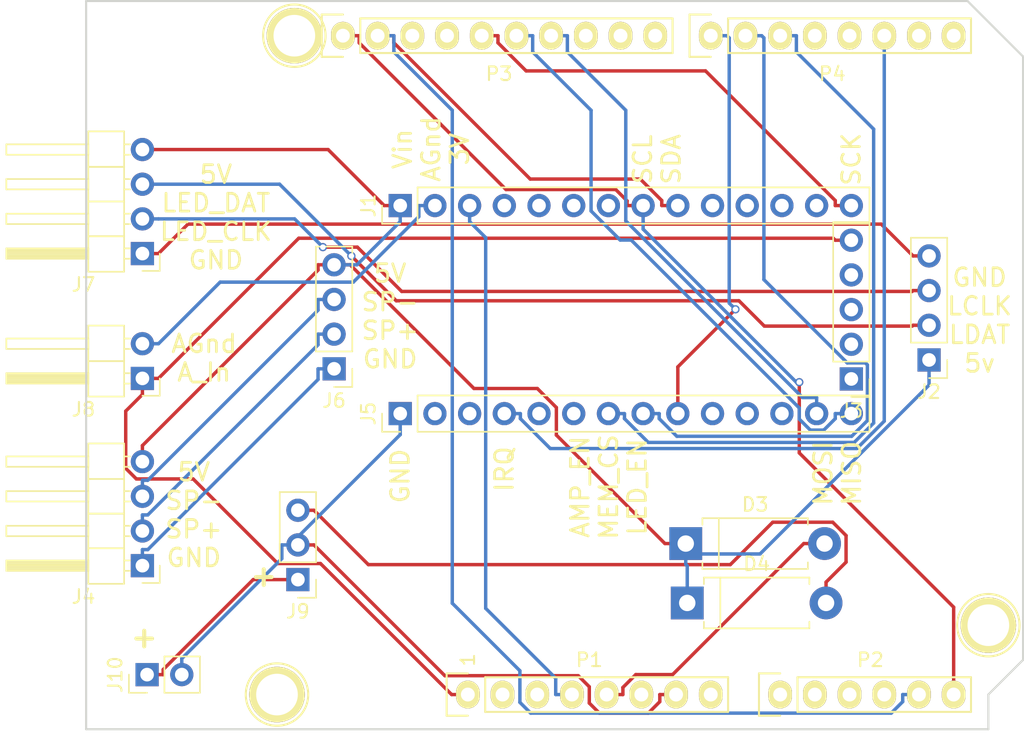
<source format=kicad_pcb>

(kicad_pcb
  (version 4)
  (host pcbnew 4.0.6)
  (general
    (links 33)
    (no_connects 33)
    (area 104.491999 71.542 182.071334 127.694)
    (thickness 1.6)
    (drawings 22)
    (tracks 220)
    (zones 0)
    (modules 19)
    (nets 63))
  (page A4)
  (title_block
    (date "lun. 30 mars 2015"))
  (layers
    (0 F.Cu signal)
    (31 B.Cu signal)
    (32 B.Adhes user)
    (33 F.Adhes user)
    (34 B.Paste user)
    (35 F.Paste user)
    (36 B.SilkS user)
    (37 F.SilkS user)
    (38 B.Mask user)
    (39 F.Mask user)
    (40 Dwgs.User user)
    (41 Cmts.User user)
    (42 Eco1.User user)
    (43 Eco2.User user)
    (44 Edge.Cuts user)
    (45 Margin user)
    (46 B.CrtYd user)
    (47 F.CrtYd user)
    (48 B.Fab user)
    (49 F.Fab user))
  (setup
    (last_trace_width 0.25)
    (trace_clearance 0.2)
    (zone_clearance 0.508)
    (zone_45_only no)
    (trace_min 0.2)
    (segment_width 0.15)
    (edge_width 0.15)
    (via_size 0.6)
    (via_drill 0.4)
    (via_min_size 0.4)
    (via_min_drill 0.3)
    (uvia_size 0.3)
    (uvia_drill 0.1)
    (uvias_allowed no)
    (uvia_min_size 0.2)
    (uvia_min_drill 0.1)
    (pcb_text_width 0.3)
    (pcb_text_size 1.5 1.5)
    (mod_edge_width 0.15)
    (mod_text_size 1 1)
    (mod_text_width 0.15)
    (pad_size 4.064 4.064)
    (pad_drill 3.048)
    (pad_to_mask_clearance 0)
    (aux_axis_origin 110.998 126.365)
    (grid_origin 110.998 126.365)
    (visible_elements 7FFFFFFF)
    (pcbplotparams
      (layerselection 0x3ffff_80000001)
      (usegerberextensions false)
      (excludeedgelayer true)
      (linewidth 0.1)
      (plotframeref false)
      (viasonmask false)
      (mode 1)
      (useauxorigin false)
      (hpglpennumber 1)
      (hpglpenspeed 20)
      (hpglpendiameter 15)
      (hpglpenoverlay 2)
      (psnegative false)
      (psa4output false)
      (plotreference true)
      (plotvalue true)
      (plotinvisibletext false)
      (padsonsilk false)
      (subtractmaskfromsilk false)
      (outputformat 1)
      (mirror false)
      (drillshape 0)
      (scaleselection 1)
      (outputdirectory Gerbers/)))
  (net 0 "")
  (net 1 /IOREF)
  (net 2 /Reset)
  (net 3 +5V)
  (net 4 /Vin)
  (net 5 /A0)
  (net 6 /A1)
  (net 7 /A2)
  (net 8 /A3)
  (net 9 /AREF)
  (net 10 "/A4(SDA)")
  (net 11 "/A5(SCL)")
  (net 12 "/9(**)")
  (net 13 /8)
  (net 14 /7)
  (net 15 "/6(**)")
  (net 16 "/5(**)")
  (net 17 /4)
  (net 18 "/3(**)")
  (net 19 /2)
  (net 20 "/1(Tx)")
  (net 21 "/0(Rx)")
  (net 22 "Net-(P5-Pad1)")
  (net 23 "Net-(P6-Pad1)")
  (net 24 "Net-(P7-Pad1)")
  (net 25 "/13(SCK)")
  (net 26 "/10(**/SS)")
  (net 27 +3V3)
  (net 28 "/12(MISO)")
  (net 29 "/11(**/MOSI)")
  (net 30 "Net-(P1-Pad6)")
  (net 31 "Net-(J1-Pad2)")
  (net 32 "Net-(J1-Pad4)")
  (net 33 "Net-(J1-Pad5)")
  (net 34 "Net-(J1-Pad6)")
  (net 35 "Net-(J1-Pad7)")
  (net 36 "Net-(J1-Pad10)")
  (net 37 "Net-(J1-Pad11)")
  (net 38 "Net-(J1-Pad12)")
  (net 39 "Net-(J1-Pad13)")
  (net 40 "Net-(J2-Pad2)")
  (net 41 "Net-(J2-Pad3)")
  (net 42 "Net-(J2-Pad4)")
  (net 43 "Net-(J3-Pad1)")
  (net 44 "Net-(J3-Pad2)")
  (net 45 "Net-(J3-Pad3)")
  (net 46 "Net-(J3-Pad4)")
  (net 47 "Net-(J3-Pad5)")
  (net 48 "Net-(J4-Pad1)")
  (net 49 "Net-(J4-Pad2)")
  (net 50 "Net-(J4-Pad3)")
  (net 51 "Net-(J5-Pad2)")
  (net 52 "Net-(J5-Pad3)")
  (net 53 "Net-(J5-Pad5)")
  (net 54 "Net-(J5-Pad6)")
  (net 55 "Net-(J5-Pad10)")
  (net 56 "Net-(J5-Pad11)")
  (net 57 "Net-(J5-Pad12)")
  (net 58 "Net-(J10-Pad2)")
  (net 59 "Net-(J10-Pad1)")
  (net 60 "Net-(D4-Pad2)")
  (net 61 "Net-(D3-Pad1)")
  (net 62 /GND)
  (net_class Default "This is the default net class."
    (clearance 0.2)
    (trace_width 0.25)
    (via_dia 0.6)
    (via_drill 0.4)
    (uvia_dia 0.3)
    (uvia_drill 0.1)
    (add_net +3V3)
    (add_net +5V)
    (add_net "/0(Rx)")
    (add_net "/1(Tx)")
    (add_net "/10(**/SS)")
    (add_net "/11(**/MOSI)")
    (add_net "/12(MISO)")
    (add_net "/13(SCK)")
    (add_net /2)
    (add_net "/3(**)")
    (add_net /4)
    (add_net "/5(**)")
    (add_net "/6(**)")
    (add_net /7)
    (add_net /8)
    (add_net "/9(**)")
    (add_net /A0)
    (add_net /A1)
    (add_net /A2)
    (add_net /A3)
    (add_net "/A4(SDA)")
    (add_net "/A5(SCL)")
    (add_net /AREF)
    (add_net /GND)
    (add_net /IOREF)
    (add_net /Reset)
    (add_net /Vin)
    (add_net "Net-(D3-Pad1)")
    (add_net "Net-(D4-Pad2)")
    (add_net "Net-(J1-Pad10)")
    (add_net "Net-(J1-Pad11)")
    (add_net "Net-(J1-Pad12)")
    (add_net "Net-(J1-Pad13)")
    (add_net "Net-(J1-Pad2)")
    (add_net "Net-(J1-Pad4)")
    (add_net "Net-(J1-Pad5)")
    (add_net "Net-(J1-Pad6)")
    (add_net "Net-(J1-Pad7)")
    (add_net "Net-(J10-Pad1)")
    (add_net "Net-(J10-Pad2)")
    (add_net "Net-(J2-Pad2)")
    (add_net "Net-(J2-Pad3)")
    (add_net "Net-(J2-Pad4)")
    (add_net "Net-(J3-Pad1)")
    (add_net "Net-(J3-Pad2)")
    (add_net "Net-(J3-Pad3)")
    (add_net "Net-(J3-Pad4)")
    (add_net "Net-(J3-Pad5)")
    (add_net "Net-(J4-Pad1)")
    (add_net "Net-(J4-Pad2)")
    (add_net "Net-(J4-Pad3)")
    (add_net "Net-(J5-Pad10)")
    (add_net "Net-(J5-Pad11)")
    (add_net "Net-(J5-Pad12)")
    (add_net "Net-(J5-Pad2)")
    (add_net "Net-(J5-Pad3)")
    (add_net "Net-(J5-Pad5)")
    (add_net "Net-(J5-Pad6)")
    (add_net "Net-(P1-Pad6)")
    (add_net "Net-(P5-Pad1)")
    (add_net "Net-(P6-Pad1)")
    (add_net "Net-(P7-Pad1)"))
  (module Socket_Arduino_Uno:Arduino_1pin locked
    (layer F.Cu)
    (tedit 5524FC4A)
    (tstamp 5524FC44)
    (at 177.038 118.745)
    (descr "module 1 pin (ou trou mecanique de percage)")
    (tags DEV)
    (path /56D71274)
    (fp_text reference P6
      (at 0 -3.048)
      (layer F.SilkS) hide
      (effects
        (font
          (size 1 1)
          (thickness 0.15))))
    (fp_text value CONN_01X01
      (at 0 2.794)
      (layer F.Fab) hide
      (effects
        (font
          (size 1 1)
          (thickness 0.15))))
    (fp_circle
      (center 0 0)
      (end 0 -2.286)
      (layer F.SilkS)
      (width 0.15))
    (pad 1 thru_hole circle
      (at 0 0)
      (size 4.064 4.064)
      (drill 3.048)
      (layers *.Cu *.Mask F.SilkS)
      (net 23 "Net-(P6-Pad1)")))
  (module Socket_Arduino_Uno:Socket_Strip_Arduino_1x08 locked
    (layer F.Cu)
    (tedit 552168D2)
    (tstamp 551AF9EA)
    (at 138.938 123.825)
    (descr "Through hole socket strip")
    (tags "socket strip")
    (path /56D70129)
    (fp_text reference P1
      (at 8.89 -2.54)
      (layer F.SilkS)
      (effects
        (font
          (size 1 1)
          (thickness 0.15))))
    (fp_text value Power
      (at 8.89 -4.064)
      (layer F.Fab)
      (effects
        (font
          (size 1 1)
          (thickness 0.15))))
    (fp_line
      (start -1.75 -1.75)
      (end -1.75 1.75)
      (layer F.CrtYd)
      (width 0.05))
    (fp_line
      (start 19.55 -1.75)
      (end 19.55 1.75)
      (layer F.CrtYd)
      (width 0.05))
    (fp_line
      (start -1.75 -1.75)
      (end 19.55 -1.75)
      (layer F.CrtYd)
      (width 0.05))
    (fp_line
      (start -1.75 1.75)
      (end 19.55 1.75)
      (layer F.CrtYd)
      (width 0.05))
    (fp_line
      (start 1.27 1.27)
      (end 19.05 1.27)
      (layer F.SilkS)
      (width 0.15))
    (fp_line
      (start 19.05 1.27)
      (end 19.05 -1.27)
      (layer F.SilkS)
      (width 0.15))
    (fp_line
      (start 19.05 -1.27)
      (end 1.27 -1.27)
      (layer F.SilkS)
      (width 0.15))
    (fp_line
      (start -1.55 1.55)
      (end 0 1.55)
      (layer F.SilkS)
      (width 0.15))
    (fp_line
      (start 1.27 1.27)
      (end 1.27 -1.27)
      (layer F.SilkS)
      (width 0.15))
    (fp_line
      (start 0 -1.55)
      (end -1.55 -1.55)
      (layer F.SilkS)
      (width 0.15))
    (fp_line
      (start -1.55 -1.55)
      (end -1.55 1.55)
      (layer F.SilkS)
      (width 0.15))
    (pad 1 thru_hole oval
      (at 0 0)
      (size 1.7272 2.032)
      (drill 1.016)
      (layers *.Cu *.Mask F.SilkS)
      (net 47 "Net-(J3-Pad5)"))
    (pad 2 thru_hole oval
      (at 2.54 0)
      (size 1.7272 2.032)
      (drill 1.016)
      (layers *.Cu *.Mask F.SilkS)
      (net 1 /IOREF))
    (pad 3 thru_hole oval
      (at 5.08 0)
      (size 1.7272 2.032)
      (drill 1.016)
      (layers *.Cu *.Mask F.SilkS)
      (net 2 /Reset))
    (pad 4 thru_hole oval
      (at 7.62 0)
      (size 1.7272 2.032)
      (drill 1.016)
      (layers *.Cu *.Mask F.SilkS)
      (net 27 +3V3))
    (pad 5 thru_hole oval
      (at 10.16 0)
      (size 1.7272 2.032)
      (drill 1.016)
      (layers *.Cu *.Mask F.SilkS)
      (net 3 +5V))
    (pad 6 thru_hole oval
      (at 12.7 0)
      (size 1.7272 2.032)
      (drill 1.016)
      (layers *.Cu *.Mask F.SilkS)
      (net 30 "Net-(P1-Pad6)"))
    (pad 7 thru_hole oval
      (at 15.24 0)
      (size 1.7272 2.032)
      (drill 1.016)
      (layers *.Cu *.Mask F.SilkS)
      (net 58 "Net-(J10-Pad2)"))
    (pad 8 thru_hole oval
      (at 17.78 0)
      (size 1.7272 2.032)
      (drill 1.016)
      (layers *.Cu *.Mask F.SilkS)
      (net 4 /Vin))
    (model ${KIPRJMOD}/Socket_Arduino_Uno.3dshapes/Socket_header_Arduino_1x08.wrl
      (at
        (xyz 0.35 0 0))
      (scale
        (xyz 1 1 1))
      (rotate
        (xyz 0 0 180))))
  (module Socket_Arduino_Uno:Socket_Strip_Arduino_1x06 locked
    (layer F.Cu)
    (tedit 552168D6)
    (tstamp 551AF9FF)
    (at 161.798 123.825)
    (descr "Through hole socket strip")
    (tags "socket strip")
    (path /56D70DD8)
    (fp_text reference P2
      (at 6.604 -2.54)
      (layer F.SilkS)
      (effects
        (font
          (size 1 1)
          (thickness 0.15))))
    (fp_text value Analog
      (at 6.604 -4.064)
      (layer F.Fab)
      (effects
        (font
          (size 1 1)
          (thickness 0.15))))
    (fp_line
      (start -1.75 -1.75)
      (end -1.75 1.75)
      (layer F.CrtYd)
      (width 0.05))
    (fp_line
      (start 14.45 -1.75)
      (end 14.45 1.75)
      (layer F.CrtYd)
      (width 0.05))
    (fp_line
      (start -1.75 -1.75)
      (end 14.45 -1.75)
      (layer F.CrtYd)
      (width 0.05))
    (fp_line
      (start -1.75 1.75)
      (end 14.45 1.75)
      (layer F.CrtYd)
      (width 0.05))
    (fp_line
      (start 1.27 1.27)
      (end 13.97 1.27)
      (layer F.SilkS)
      (width 0.15))
    (fp_line
      (start 13.97 1.27)
      (end 13.97 -1.27)
      (layer F.SilkS)
      (width 0.15))
    (fp_line
      (start 13.97 -1.27)
      (end 1.27 -1.27)
      (layer F.SilkS)
      (width 0.15))
    (fp_line
      (start -1.55 1.55)
      (end 0 1.55)
      (layer F.SilkS)
      (width 0.15))
    (fp_line
      (start 1.27 1.27)
      (end 1.27 -1.27)
      (layer F.SilkS)
      (width 0.15))
    (fp_line
      (start 0 -1.55)
      (end -1.55 -1.55)
      (layer F.SilkS)
      (width 0.15))
    (fp_line
      (start -1.55 -1.55)
      (end -1.55 1.55)
      (layer F.SilkS)
      (width 0.15))
    (pad 1 thru_hole oval
      (at 0 0)
      (size 1.7272 2.032)
      (drill 1.016)
      (layers *.Cu *.Mask F.SilkS)
      (net 5 /A0))
    (pad 2 thru_hole oval
      (at 2.54 0)
      (size 1.7272 2.032)
      (drill 1.016)
      (layers *.Cu *.Mask F.SilkS)
      (net 6 /A1))
    (pad 3 thru_hole oval
      (at 5.08 0)
      (size 1.7272 2.032)
      (drill 1.016)
      (layers *.Cu *.Mask F.SilkS)
      (net 7 /A2))
    (pad 4 thru_hole oval
      (at 7.62 0)
      (size 1.7272 2.032)
      (drill 1.016)
      (layers *.Cu *.Mask F.SilkS)
      (net 8 /A3))
    (pad 5 thru_hole oval
      (at 10.16 0)
      (size 1.7272 2.032)
      (drill 1.016)
      (layers *.Cu *.Mask F.SilkS)
      (net 10 "/A4(SDA)"))
    (pad 6 thru_hole oval
      (at 12.7 0)
      (size 1.7272 2.032)
      (drill 1.016)
      (layers *.Cu *.Mask F.SilkS)
      (net 11 "/A5(SCL)"))
    (model ${KIPRJMOD}/Socket_Arduino_Uno.3dshapes/Socket_header_Arduino_1x06.wrl
      (at
        (xyz 0.25 0 0))
      (scale
        (xyz 1 1 1))
      (rotate
        (xyz 0 0 180))))
  (module Socket_Arduino_Uno:Socket_Strip_Arduino_1x10 locked
    (layer F.Cu)
    (tedit 552168BF)
    (tstamp 551AFA18)
    (at 129.794 75.565)
    (descr "Through hole socket strip")
    (tags "socket strip")
    (path /56D721E0)
    (fp_text reference P3
      (at 11.43 2.794)
      (layer F.SilkS)
      (effects
        (font
          (size 1 1)
          (thickness 0.15))))
    (fp_text value Digital
      (at 11.43 4.318)
      (layer F.Fab)
      (effects
        (font
          (size 1 1)
          (thickness 0.15))))
    (fp_line
      (start -1.75 -1.75)
      (end -1.75 1.75)
      (layer F.CrtYd)
      (width 0.05))
    (fp_line
      (start 24.65 -1.75)
      (end 24.65 1.75)
      (layer F.CrtYd)
      (width 0.05))
    (fp_line
      (start -1.75 -1.75)
      (end 24.65 -1.75)
      (layer F.CrtYd)
      (width 0.05))
    (fp_line
      (start -1.75 1.75)
      (end 24.65 1.75)
      (layer F.CrtYd)
      (width 0.05))
    (fp_line
      (start 1.27 1.27)
      (end 24.13 1.27)
      (layer F.SilkS)
      (width 0.15))
    (fp_line
      (start 24.13 1.27)
      (end 24.13 -1.27)
      (layer F.SilkS)
      (width 0.15))
    (fp_line
      (start 24.13 -1.27)
      (end 1.27 -1.27)
      (layer F.SilkS)
      (width 0.15))
    (fp_line
      (start -1.55 1.55)
      (end 0 1.55)
      (layer F.SilkS)
      (width 0.15))
    (fp_line
      (start 1.27 1.27)
      (end 1.27 -1.27)
      (layer F.SilkS)
      (width 0.15))
    (fp_line
      (start 0 -1.55)
      (end -1.55 -1.55)
      (layer F.SilkS)
      (width 0.15))
    (fp_line
      (start -1.55 -1.55)
      (end -1.55 1.55)
      (layer F.SilkS)
      (width 0.15))
    (pad 1 thru_hole oval
      (at 0 0)
      (size 1.7272 2.032)
      (drill 1.016)
      (layers *.Cu *.Mask F.SilkS)
      (net 11 "/A5(SCL)"))
    (pad 2 thru_hole oval
      (at 2.54 0)
      (size 1.7272 2.032)
      (drill 1.016)
      (layers *.Cu *.Mask F.SilkS)
      (net 10 "/A4(SDA)"))
    (pad 3 thru_hole oval
      (at 5.08 0)
      (size 1.7272 2.032)
      (drill 1.016)
      (layers *.Cu *.Mask F.SilkS)
      (net 9 /AREF))
    (pad 4 thru_hole oval
      (at 7.62 0)
      (size 1.7272 2.032)
      (drill 1.016)
      (layers *.Cu *.Mask F.SilkS)
      (net 62 /GND))
    (pad 5 thru_hole oval
      (at 10.16 0)
      (size 1.7272 2.032)
      (drill 1.016)
      (layers *.Cu *.Mask F.SilkS)
      (net 25 "/13(SCK)"))
    (pad 6 thru_hole oval
      (at 12.7 0)
      (size 1.7272 2.032)
      (drill 1.016)
      (layers *.Cu *.Mask F.SilkS)
      (net 28 "/12(MISO)"))
    (pad 7 thru_hole oval
      (at 15.24 0)
      (size 1.7272 2.032)
      (drill 1.016)
      (layers *.Cu *.Mask F.SilkS)
      (net 29 "/11(**/MOSI)"))
    (pad 8 thru_hole oval
      (at 17.78 0)
      (size 1.7272 2.032)
      (drill 1.016)
      (layers *.Cu *.Mask F.SilkS)
      (net 26 "/10(**/SS)"))
    (pad 9 thru_hole oval
      (at 20.32 0)
      (size 1.7272 2.032)
      (drill 1.016)
      (layers *.Cu *.Mask F.SilkS)
      (net 12 "/9(**)"))
    (pad 10 thru_hole oval
      (at 22.86 0)
      (size 1.7272 2.032)
      (drill 1.016)
      (layers *.Cu *.Mask F.SilkS)
      (net 13 /8))
    (model ${KIPRJMOD}/Socket_Arduino_Uno.3dshapes/Socket_header_Arduino_1x10.wrl
      (at
        (xyz 0.45 0 0))
      (scale
        (xyz 1 1 1))
      (rotate
        (xyz 0 0 180))))
  (module Socket_Arduino_Uno:Socket_Strip_Arduino_1x08 locked
    (layer F.Cu)
    (tedit 552168C7)
    (tstamp 551AFA2F)
    (at 156.718 75.565)
    (descr "Through hole socket strip")
    (tags "socket strip")
    (path /56D7164F)
    (fp_text reference P4
      (at 8.89 2.794)
      (layer F.SilkS)
      (effects
        (font
          (size 1 1)
          (thickness 0.15))))
    (fp_text value Digital
      (at 8.89 4.318)
      (layer F.Fab)
      (effects
        (font
          (size 1 1)
          (thickness 0.15))))
    (fp_line
      (start -1.75 -1.75)
      (end -1.75 1.75)
      (layer F.CrtYd)
      (width 0.05))
    (fp_line
      (start 19.55 -1.75)
      (end 19.55 1.75)
      (layer F.CrtYd)
      (width 0.05))
    (fp_line
      (start -1.75 -1.75)
      (end 19.55 -1.75)
      (layer F.CrtYd)
      (width 0.05))
    (fp_line
      (start -1.75 1.75)
      (end 19.55 1.75)
      (layer F.CrtYd)
      (width 0.05))
    (fp_line
      (start 1.27 1.27)
      (end 19.05 1.27)
      (layer F.SilkS)
      (width 0.15))
    (fp_line
      (start 19.05 1.27)
      (end 19.05 -1.27)
      (layer F.SilkS)
      (width 0.15))
    (fp_line
      (start 19.05 -1.27)
      (end 1.27 -1.27)
      (layer F.SilkS)
      (width 0.15))
    (fp_line
      (start -1.55 1.55)
      (end 0 1.55)
      (layer F.SilkS)
      (width 0.15))
    (fp_line
      (start 1.27 1.27)
      (end 1.27 -1.27)
      (layer F.SilkS)
      (width 0.15))
    (fp_line
      (start 0 -1.55)
      (end -1.55 -1.55)
      (layer F.SilkS)
      (width 0.15))
    (fp_line
      (start -1.55 -1.55)
      (end -1.55 1.55)
      (layer F.SilkS)
      (width 0.15))
    (pad 1 thru_hole oval
      (at 0 0)
      (size 1.7272 2.032)
      (drill 1.016)
      (layers *.Cu *.Mask F.SilkS)
      (net 14 /7))
    (pad 2 thru_hole oval
      (at 2.54 0)
      (size 1.7272 2.032)
      (drill 1.016)
      (layers *.Cu *.Mask F.SilkS)
      (net 15 "/6(**)"))
    (pad 3 thru_hole oval
      (at 5.08 0)
      (size 1.7272 2.032)
      (drill 1.016)
      (layers *.Cu *.Mask F.SilkS)
      (net 16 "/5(**)"))
    (pad 4 thru_hole oval
      (at 7.62 0)
      (size 1.7272 2.032)
      (drill 1.016)
      (layers *.Cu *.Mask F.SilkS)
      (net 17 /4))
    (pad 5 thru_hole oval
      (at 10.16 0)
      (size 1.7272 2.032)
      (drill 1.016)
      (layers *.Cu *.Mask F.SilkS)
      (net 18 "/3(**)"))
    (pad 6 thru_hole oval
      (at 12.7 0)
      (size 1.7272 2.032)
      (drill 1.016)
      (layers *.Cu *.Mask F.SilkS)
      (net 19 /2))
    (pad 7 thru_hole oval
      (at 15.24 0)
      (size 1.7272 2.032)
      (drill 1.016)
      (layers *.Cu *.Mask F.SilkS)
      (net 20 "/1(Tx)"))
    (pad 8 thru_hole oval
      (at 17.78 0)
      (size 1.7272 2.032)
      (drill 1.016)
      (layers *.Cu *.Mask F.SilkS)
      (net 21 "/0(Rx)"))
    (model ${KIPRJMOD}/Socket_Arduino_Uno.3dshapes/Socket_header_Arduino_1x08.wrl
      (at
        (xyz 0.35 0 0))
      (scale
        (xyz 1 1 1))
      (rotate
        (xyz 0 0 180))))
  (module Socket_Arduino_Uno:Arduino_1pin locked
    (layer F.Cu)
    (tedit 5524FC39)
    (tstamp 5524FC3F)
    (at 124.968 123.825)
    (descr "module 1 pin (ou trou mecanique de percage)")
    (tags DEV)
    (path /56D71177)
    (fp_text reference P5
      (at 0 -3.048)
      (layer F.SilkS) hide
      (effects
        (font
          (size 1 1)
          (thickness 0.15))))
    (fp_text value CONN_01X01
      (at 0 2.794)
      (layer F.Fab) hide
      (effects
        (font
          (size 1 1)
          (thickness 0.15))))
    (fp_circle
      (center 0 0)
      (end 0 -2.286)
      (layer F.SilkS)
      (width 0.15))
    (pad 1 thru_hole circle
      (at 0 0)
      (size 4.064 4.064)
      (drill 3.048)
      (layers *.Cu *.Mask F.SilkS)
      (net 22 "Net-(P5-Pad1)")))
  (module Socket_Arduino_Uno:Arduino_1pin locked
    (layer F.Cu)
    (tedit 5524FC2F)
    (tstamp 5524FC49)
    (at 126.238 75.565)
    (descr "module 1 pin (ou trou mecanique de percage)")
    (tags DEV)
    (path /588F92D4)
    (fp_text reference P7
      (at 0 -3.048)
      (layer F.SilkS) hide
      (effects
        (font
          (size 1 1)
          (thickness 0.15))))
    (fp_text value CONN_02X03
      (at 0 2.794)
      (layer F.Fab) hide
      (effects
        (font
          (size 1 1)
          (thickness 0.15))))
    (fp_circle
      (center 0 0)
      (end 0 -2.286)
      (layer F.SilkS)
      (width 0.15))
    (pad 1 thru_hole circle
      (at 0 0)
      (size 4.064 4.064)
      (drill 3.048)
      (layers *.Cu *.Mask F.SilkS)
      (net 24 "Net-(P7-Pad1)")))
  (module Pin_Headers:Pin_Header_Straight_1x14_Pitch2.54mm
    (layer F.Cu)
    (tedit 58CD4EC2)
    (tstamp 5938D7AC)
    (at 133.988 88.007 90)
    (descr "Through hole straight pin header, 1x14, 2.54mm pitch, single row")
    (tags "Through hole pin header THT 1x14 2.54mm single row")
    (path /5938D484)
    (fp_text reference J1
      (at 0 -2.33 90)
      (layer F.SilkS)
      (effects
        (font
          (size 1 1)
          (thickness 0.15))))
    (fp_text value CONN_01X14
      (at 0 35.35 90)
      (layer F.Fab)
      (effects
        (font
          (size 1 1)
          (thickness 0.15))))
    (fp_text user %R
      (at 0 -2.33 90)
      (layer F.Fab)
      (effects
        (font
          (size 1 1)
          (thickness 0.15))))
    (fp_line
      (start -1.27 -1.27)
      (end -1.27 34.29)
      (layer F.Fab)
      (width 0.1))
    (fp_line
      (start -1.27 34.29)
      (end 1.27 34.29)
      (layer F.Fab)
      (width 0.1))
    (fp_line
      (start 1.27 34.29)
      (end 1.27 -1.27)
      (layer F.Fab)
      (width 0.1))
    (fp_line
      (start 1.27 -1.27)
      (end -1.27 -1.27)
      (layer F.Fab)
      (width 0.1))
    (fp_line
      (start -1.33 1.27)
      (end -1.33 34.35)
      (layer F.SilkS)
      (width 0.12))
    (fp_line
      (start -1.33 34.35)
      (end 1.33 34.35)
      (layer F.SilkS)
      (width 0.12))
    (fp_line
      (start 1.33 34.35)
      (end 1.33 1.27)
      (layer F.SilkS)
      (width 0.12))
    (fp_line
      (start 1.33 1.27)
      (end -1.33 1.27)
      (layer F.SilkS)
      (width 0.12))
    (fp_line
      (start -1.33 0)
      (end -1.33 -1.33)
      (layer F.SilkS)
      (width 0.12))
    (fp_line
      (start -1.33 -1.33)
      (end 0 -1.33)
      (layer F.SilkS)
      (width 0.12))
    (fp_line
      (start -1.8 -1.8)
      (end -1.8 34.8)
      (layer F.CrtYd)
      (width 0.05))
    (fp_line
      (start -1.8 34.8)
      (end 1.8 34.8)
      (layer F.CrtYd)
      (width 0.05))
    (fp_line
      (start 1.8 34.8)
      (end 1.8 -1.8)
      (layer F.CrtYd)
      (width 0.05))
    (fp_line
      (start 1.8 -1.8)
      (end -1.8 -1.8)
      (layer F.CrtYd)
      (width 0.05))
    (pad 1 thru_hole rect
      (at 0 0 90)
      (size 1.7 1.7)
      (drill 1)
      (layers *.Cu *.Mask)
      (net 61 "Net-(D3-Pad1)"))
    (pad 2 thru_hole oval
      (at 0 2.54 90)
      (size 1.7 1.7)
      (drill 1)
      (layers *.Cu *.Mask)
      (net 31 "Net-(J1-Pad2)"))
    (pad 3 thru_hole oval
      (at 0 5.08 90)
      (size 1.7 1.7)
      (drill 1)
      (layers *.Cu *.Mask)
      (net 27 +3V3))
    (pad 4 thru_hole oval
      (at 0 7.62 90)
      (size 1.7 1.7)
      (drill 1)
      (layers *.Cu *.Mask)
      (net 32 "Net-(J1-Pad4)"))
    (pad 5 thru_hole oval
      (at 0 10.16 90)
      (size 1.7 1.7)
      (drill 1)
      (layers *.Cu *.Mask)
      (net 33 "Net-(J1-Pad5)"))
    (pad 6 thru_hole oval
      (at 0 12.7 90)
      (size 1.7 1.7)
      (drill 1)
      (layers *.Cu *.Mask)
      (net 34 "Net-(J1-Pad6)"))
    (pad 7 thru_hole oval
      (at 0 15.24 90)
      (size 1.7 1.7)
      (drill 1)
      (layers *.Cu *.Mask)
      (net 35 "Net-(J1-Pad7)"))
    (pad 8 thru_hole oval
      (at 0 17.78 90)
      (size 1.7 1.7)
      (drill 1)
      (layers *.Cu *.Mask)
      (net 11 "/A5(SCL)"))
    (pad 9 thru_hole oval
      (at 0 20.32 90)
      (size 1.7 1.7)
      (drill 1)
      (layers *.Cu *.Mask)
      (net 10 "/A4(SDA)"))
    (pad 10 thru_hole oval
      (at 0 22.86 90)
      (size 1.7 1.7)
      (drill 1)
      (layers *.Cu *.Mask)
      (net 36 "Net-(J1-Pad10)"))
    (pad 11 thru_hole oval
      (at 0 25.4 90)
      (size 1.7 1.7)
      (drill 1)
      (layers *.Cu *.Mask)
      (net 37 "Net-(J1-Pad11)"))
    (pad 12 thru_hole oval
      (at 0 27.94 90)
      (size 1.7 1.7)
      (drill 1)
      (layers *.Cu *.Mask)
      (net 38 "Net-(J1-Pad12)"))
    (pad 13 thru_hole oval
      (at 0 30.48 90)
      (size 1.7 1.7)
      (drill 1)
      (layers *.Cu *.Mask)
      (net 39 "Net-(J1-Pad13)"))
    (pad 14 thru_hole oval
      (at 0 33.02 90)
      (size 1.7 1.7)
      (drill 1)
      (layers *.Cu *.Mask)
      (net 25 "/13(SCK)"))
    (model ${KISYS3DMOD}/Pin_Headers.3dshapes/Pin_Header_Straight_1x14_Pitch2.54mm.wrl
      (at
        (xyz 0 -0.65 0))
      (scale
        (xyz 1 1 1))
      (rotate
        (xyz 0 0 90))))
  (module Pin_Headers:Pin_Header_Straight_1x04_Pitch2.54mm
    (layer F.Cu)
    (tedit 58CD4EC1)
    (tstamp 5938D7B4)
    (at 172.698 99.315 180)
    (descr "Through hole straight pin header, 1x04, 2.54mm pitch, single row")
    (tags "Through hole pin header THT 1x04 2.54mm single row")
    (path /5938D67A)
    (fp_text reference J2
      (at 0 -2.33 180)
      (layer F.SilkS)
      (effects
        (font
          (size 1 1)
          (thickness 0.15))))
    (fp_text value CONN_01X04
      (at 0 9.95 180)
      (layer F.Fab)
      (effects
        (font
          (size 1 1)
          (thickness 0.15))))
    (fp_text user %R
      (at 0 -2.33 180)
      (layer F.Fab)
      (effects
        (font
          (size 1 1)
          (thickness 0.15))))
    (fp_line
      (start -1.27 -1.27)
      (end -1.27 8.89)
      (layer F.Fab)
      (width 0.1))
    (fp_line
      (start -1.27 8.89)
      (end 1.27 8.89)
      (layer F.Fab)
      (width 0.1))
    (fp_line
      (start 1.27 8.89)
      (end 1.27 -1.27)
      (layer F.Fab)
      (width 0.1))
    (fp_line
      (start 1.27 -1.27)
      (end -1.27 -1.27)
      (layer F.Fab)
      (width 0.1))
    (fp_line
      (start -1.33 1.27)
      (end -1.33 8.95)
      (layer F.SilkS)
      (width 0.12))
    (fp_line
      (start -1.33 8.95)
      (end 1.33 8.95)
      (layer F.SilkS)
      (width 0.12))
    (fp_line
      (start 1.33 8.95)
      (end 1.33 1.27)
      (layer F.SilkS)
      (width 0.12))
    (fp_line
      (start 1.33 1.27)
      (end -1.33 1.27)
      (layer F.SilkS)
      (width 0.12))
    (fp_line
      (start -1.33 0)
      (end -1.33 -1.33)
      (layer F.SilkS)
      (width 0.12))
    (fp_line
      (start -1.33 -1.33)
      (end 0 -1.33)
      (layer F.SilkS)
      (width 0.12))
    (fp_line
      (start -1.8 -1.8)
      (end -1.8 9.4)
      (layer F.CrtYd)
      (width 0.05))
    (fp_line
      (start -1.8 9.4)
      (end 1.8 9.4)
      (layer F.CrtYd)
      (width 0.05))
    (fp_line
      (start 1.8 9.4)
      (end 1.8 -1.8)
      (layer F.CrtYd)
      (width 0.05))
    (fp_line
      (start 1.8 -1.8)
      (end -1.8 -1.8)
      (layer F.CrtYd)
      (width 0.05))
    (pad 1 thru_hole rect
      (at 0 0 180)
      (size 1.7 1.7)
      (drill 1)
      (layers *.Cu *.Mask)
      (net 61 "Net-(D3-Pad1)"))
    (pad 2 thru_hole oval
      (at 0 2.54 180)
      (size 1.7 1.7)
      (drill 1)
      (layers *.Cu *.Mask)
      (net 40 "Net-(J2-Pad2)"))
    (pad 3 thru_hole oval
      (at 0 5.08 180)
      (size 1.7 1.7)
      (drill 1)
      (layers *.Cu *.Mask)
      (net 41 "Net-(J2-Pad3)"))
    (pad 4 thru_hole oval
      (at 0 7.62 180)
      (size 1.7 1.7)
      (drill 1)
      (layers *.Cu *.Mask)
      (net 42 "Net-(J2-Pad4)"))
    (model ${KISYS3DMOD}/Pin_Headers.3dshapes/Pin_Header_Straight_1x04_Pitch2.54mm.wrl
      (at
        (xyz 0 -0.15 0))
      (scale
        (xyz 1 1 1))
      (rotate
        (xyz 0 0 90))))
  (module Pin_Headers:Pin_Header_Straight_1x05_Pitch2.54mm
    (layer F.Cu)
    (tedit 58CD4EC1)
    (tstamp 5938D7BD)
    (at 167.008 100.707 180)
    (descr "Through hole straight pin header, 1x05, 2.54mm pitch, single row")
    (tags "Through hole pin header THT 1x05 2.54mm single row")
    (path /5938D546)
    (fp_text reference J3
      (at 0 -2.33 180)
      (layer F.SilkS)
      (effects
        (font
          (size 1 1)
          (thickness 0.15))))
    (fp_text value CONN_01X05
      (at 0 12.49 180)
      (layer F.Fab)
      (effects
        (font
          (size 1 1)
          (thickness 0.15))))
    (fp_text user %R
      (at 0 -2.33 180)
      (layer F.Fab)
      (effects
        (font
          (size 1 1)
          (thickness 0.15))))
    (fp_line
      (start -1.27 -1.27)
      (end -1.27 11.43)
      (layer F.Fab)
      (width 0.1))
    (fp_line
      (start -1.27 11.43)
      (end 1.27 11.43)
      (layer F.Fab)
      (width 0.1))
    (fp_line
      (start 1.27 11.43)
      (end 1.27 -1.27)
      (layer F.Fab)
      (width 0.1))
    (fp_line
      (start 1.27 -1.27)
      (end -1.27 -1.27)
      (layer F.Fab)
      (width 0.1))
    (fp_line
      (start -1.33 1.27)
      (end -1.33 11.49)
      (layer F.SilkS)
      (width 0.12))
    (fp_line
      (start -1.33 11.49)
      (end 1.33 11.49)
      (layer F.SilkS)
      (width 0.12))
    (fp_line
      (start 1.33 11.49)
      (end 1.33 1.27)
      (layer F.SilkS)
      (width 0.12))
    (fp_line
      (start 1.33 1.27)
      (end -1.33 1.27)
      (layer F.SilkS)
      (width 0.12))
    (fp_line
      (start -1.33 0)
      (end -1.33 -1.33)
      (layer F.SilkS)
      (width 0.12))
    (fp_line
      (start -1.33 -1.33)
      (end 0 -1.33)
      (layer F.SilkS)
      (width 0.12))
    (fp_line
      (start -1.8 -1.8)
      (end -1.8 11.95)
      (layer F.CrtYd)
      (width 0.05))
    (fp_line
      (start -1.8 11.95)
      (end 1.8 11.95)
      (layer F.CrtYd)
      (width 0.05))
    (fp_line
      (start 1.8 11.95)
      (end 1.8 -1.8)
      (layer F.CrtYd)
      (width 0.05))
    (fp_line
      (start 1.8 -1.8)
      (end -1.8 -1.8)
      (layer F.CrtYd)
      (width 0.05))
    (pad 1 thru_hole rect
      (at 0 0 180)
      (size 1.7 1.7)
      (drill 1)
      (layers *.Cu *.Mask)
      (net 43 "Net-(J3-Pad1)"))
    (pad 2 thru_hole oval
      (at 0 2.54 180)
      (size 1.7 1.7)
      (drill 1)
      (layers *.Cu *.Mask)
      (net 44 "Net-(J3-Pad2)"))
    (pad 3 thru_hole oval
      (at 0 5.08 180)
      (size 1.7 1.7)
      (drill 1)
      (layers *.Cu *.Mask)
      (net 45 "Net-(J3-Pad3)"))
    (pad 4 thru_hole oval
      (at 0 7.62 180)
      (size 1.7 1.7)
      (drill 1)
      (layers *.Cu *.Mask)
      (net 46 "Net-(J3-Pad4)"))
    (pad 5 thru_hole oval
      (at 0 10.16 180)
      (size 1.7 1.7)
      (drill 1)
      (layers *.Cu *.Mask)
      (net 47 "Net-(J3-Pad5)"))
    (model ${KISYS3DMOD}/Pin_Headers.3dshapes/Pin_Header_Straight_1x05_Pitch2.54mm.wrl
      (at
        (xyz 0 -0.2 0))
      (scale
        (xyz 1 1 1))
      (rotate
        (xyz 0 0 90))))
  (module Pin_Headers:Pin_Header_Straight_1x14_Pitch2.54mm
    (layer F.Cu)
    (tedit 58CD4EC2)
    (tstamp 5938D7D7)
    (at 133.988 103.247 90)
    (descr "Through hole straight pin header, 1x14, 2.54mm pitch, single row")
    (tags "Through hole pin header THT 1x14 2.54mm single row")
    (path /5938D4D7)
    (fp_text reference J5
      (at 0 -2.33 90)
      (layer F.SilkS)
      (effects
        (font
          (size 1 1)
          (thickness 0.15))))
    (fp_text value CONN_01X14
      (at 0 35.35 90)
      (layer F.Fab)
      (effects
        (font
          (size 1 1)
          (thickness 0.15))))
    (fp_text user %R
      (at 0 -2.33 90)
      (layer F.Fab)
      (effects
        (font
          (size 1 1)
          (thickness 0.15))))
    (fp_line
      (start -1.27 -1.27)
      (end -1.27 34.29)
      (layer F.Fab)
      (width 0.1))
    (fp_line
      (start -1.27 34.29)
      (end 1.27 34.29)
      (layer F.Fab)
      (width 0.1))
    (fp_line
      (start 1.27 34.29)
      (end 1.27 -1.27)
      (layer F.Fab)
      (width 0.1))
    (fp_line
      (start 1.27 -1.27)
      (end -1.27 -1.27)
      (layer F.Fab)
      (width 0.1))
    (fp_line
      (start -1.33 1.27)
      (end -1.33 34.35)
      (layer F.SilkS)
      (width 0.12))
    (fp_line
      (start -1.33 34.35)
      (end 1.33 34.35)
      (layer F.SilkS)
      (width 0.12))
    (fp_line
      (start 1.33 34.35)
      (end 1.33 1.27)
      (layer F.SilkS)
      (width 0.12))
    (fp_line
      (start 1.33 1.27)
      (end -1.33 1.27)
      (layer F.SilkS)
      (width 0.12))
    (fp_line
      (start -1.33 0)
      (end -1.33 -1.33)
      (layer F.SilkS)
      (width 0.12))
    (fp_line
      (start -1.33 -1.33)
      (end 0 -1.33)
      (layer F.SilkS)
      (width 0.12))
    (fp_line
      (start -1.8 -1.8)
      (end -1.8 34.8)
      (layer F.CrtYd)
      (width 0.05))
    (fp_line
      (start -1.8 34.8)
      (end 1.8 34.8)
      (layer F.CrtYd)
      (width 0.05))
    (fp_line
      (start 1.8 34.8)
      (end 1.8 -1.8)
      (layer F.CrtYd)
      (width 0.05))
    (fp_line
      (start 1.8 -1.8)
      (end -1.8 -1.8)
      (layer F.CrtYd)
      (width 0.05))
    (pad 1 thru_hole rect
      (at 0 0 90)
      (size 1.7 1.7)
      (drill 1)
      (layers *.Cu *.Mask)
      (net 58 "Net-(J10-Pad2)"))
    (pad 2 thru_hole oval
      (at 0 2.54 90)
      (size 1.7 1.7)
      (drill 1)
      (layers *.Cu *.Mask)
      (net 51 "Net-(J5-Pad2)"))
    (pad 3 thru_hole oval
      (at 0 5.08 90)
      (size 1.7 1.7)
      (drill 1)
      (layers *.Cu *.Mask)
      (net 52 "Net-(J5-Pad3)"))
    (pad 4 thru_hole oval
      (at 0 7.62 90)
      (size 1.7 1.7)
      (drill 1)
      (layers *.Cu *.Mask)
      (net 19 /2))
    (pad 5 thru_hole oval
      (at 0 10.16 90)
      (size 1.7 1.7)
      (drill 1)
      (layers *.Cu *.Mask)
      (net 53 "Net-(J5-Pad5)"))
    (pad 6 thru_hole oval
      (at 0 12.7 90)
      (size 1.7 1.7)
      (drill 1)
      (layers *.Cu *.Mask)
      (net 54 "Net-(J5-Pad6)"))
    (pad 7 thru_hole oval
      (at 0 15.24 90)
      (size 1.7 1.7)
      (drill 1)
      (layers *.Cu *.Mask)
      (net 16 "/5(**)"))
    (pad 8 thru_hole oval
      (at 0 17.78 90)
      (size 1.7 1.7)
      (drill 1)
      (layers *.Cu *.Mask)
      (net 15 "/6(**)"))
    (pad 9 thru_hole oval
      (at 0 20.32 90)
      (size 1.7 1.7)
      (drill 1)
      (layers *.Cu *.Mask)
      (net 14 /7))
    (pad 10 thru_hole oval
      (at 0 22.86 90)
      (size 1.7 1.7)
      (drill 1)
      (layers *.Cu *.Mask)
      (net 55 "Net-(J5-Pad10)"))
    (pad 11 thru_hole oval
      (at 0 25.4 90)
      (size 1.7 1.7)
      (drill 1)
      (layers *.Cu *.Mask)
      (net 56 "Net-(J5-Pad11)"))
    (pad 12 thru_hole oval
      (at 0 27.94 90)
      (size 1.7 1.7)
      (drill 1)
      (layers *.Cu *.Mask)
      (net 57 "Net-(J5-Pad12)"))
    (pad 13 thru_hole oval
      (at 0 30.48 90)
      (size 1.7 1.7)
      (drill 1)
      (layers *.Cu *.Mask)
      (net 29 "/11(**/MOSI)"))
    (pad 14 thru_hole oval
      (at 0 33.02 90)
      (size 1.7 1.7)
      (drill 1)
      (layers *.Cu *.Mask)
      (net 28 "/12(MISO)"))
    (model ${KISYS3DMOD}/Pin_Headers.3dshapes/Pin_Header_Straight_1x14_Pitch2.54mm.wrl
      (at
        (xyz 0 -0.65 0))
      (scale
        (xyz 1 1 1))
      (rotate
        (xyz 0 0 90))))
  (module Pin_Headers:Pin_Header_Straight_1x04_Pitch2.54mm
    (layer F.Cu)
    (tedit 58CD4EC1)
    (tstamp 5938DC00)
    (at 129.148 99.965 180)
    (descr "Through hole straight pin header, 1x04, 2.54mm pitch, single row")
    (tags "Through hole pin header THT 1x04 2.54mm single row")
    (path /5938EE1F)
    (fp_text reference J6
      (at 0 -2.33 180)
      (layer F.SilkS)
      (effects
        (font
          (size 1 1)
          (thickness 0.15))))
    (fp_text value CONN_01X04
      (at 0 9.95 180)
      (layer F.Fab)
      (effects
        (font
          (size 1 1)
          (thickness 0.15))))
    (fp_text user %R
      (at 0 -2.33 180)
      (layer F.Fab)
      (effects
        (font
          (size 1 1)
          (thickness 0.15))))
    (fp_line
      (start -1.27 -1.27)
      (end -1.27 8.89)
      (layer F.Fab)
      (width 0.1))
    (fp_line
      (start -1.27 8.89)
      (end 1.27 8.89)
      (layer F.Fab)
      (width 0.1))
    (fp_line
      (start 1.27 8.89)
      (end 1.27 -1.27)
      (layer F.Fab)
      (width 0.1))
    (fp_line
      (start 1.27 -1.27)
      (end -1.27 -1.27)
      (layer F.Fab)
      (width 0.1))
    (fp_line
      (start -1.33 1.27)
      (end -1.33 8.95)
      (layer F.SilkS)
      (width 0.12))
    (fp_line
      (start -1.33 8.95)
      (end 1.33 8.95)
      (layer F.SilkS)
      (width 0.12))
    (fp_line
      (start 1.33 8.95)
      (end 1.33 1.27)
      (layer F.SilkS)
      (width 0.12))
    (fp_line
      (start 1.33 1.27)
      (end -1.33 1.27)
      (layer F.SilkS)
      (width 0.12))
    (fp_line
      (start -1.33 0)
      (end -1.33 -1.33)
      (layer F.SilkS)
      (width 0.12))
    (fp_line
      (start -1.33 -1.33)
      (end 0 -1.33)
      (layer F.SilkS)
      (width 0.12))
    (fp_line
      (start -1.8 -1.8)
      (end -1.8 9.4)
      (layer F.CrtYd)
      (width 0.05))
    (fp_line
      (start -1.8 9.4)
      (end 1.8 9.4)
      (layer F.CrtYd)
      (width 0.05))
    (fp_line
      (start 1.8 9.4)
      (end 1.8 -1.8)
      (layer F.CrtYd)
      (width 0.05))
    (fp_line
      (start 1.8 -1.8)
      (end -1.8 -1.8)
      (layer F.CrtYd)
      (width 0.05))
    (pad 1 thru_hole rect
      (at 0 0 180)
      (size 1.7 1.7)
      (drill 1)
      (layers *.Cu *.Mask)
      (net 48 "Net-(J4-Pad1)"))
    (pad 2 thru_hole oval
      (at 0 2.54 180)
      (size 1.7 1.7)
      (drill 1)
      (layers *.Cu *.Mask)
      (net 49 "Net-(J4-Pad2)"))
    (pad 3 thru_hole oval
      (at 0 5.08 180)
      (size 1.7 1.7)
      (drill 1)
      (layers *.Cu *.Mask)
      (net 50 "Net-(J4-Pad3)"))
    (pad 4 thru_hole oval
      (at 0 7.62 180)
      (size 1.7 1.7)
      (drill 1)
      (layers *.Cu *.Mask)
      (net 61 "Net-(D3-Pad1)"))
    (model ${KISYS3DMOD}/Pin_Headers.3dshapes/Pin_Header_Straight_1x04_Pitch2.54mm.wrl
      (at
        (xyz 0 -0.15 0))
      (scale
        (xyz 1 1 1))
      (rotate
        (xyz 0 0 90))))
  (module Pin_Headers:Pin_Header_Angled_1x04_Pitch2.54mm
    (layer F.Cu)
    (tedit 58CD4EC1)
    (tstamp 5938DC08)
    (at 115.117 91.5232 180)
    (descr "Through hole angled pin header, 1x04, 2.54mm pitch, 6mm pin length, single row")
    (tags "Through hole angled pin header THT 1x04 2.54mm single row")
    (path /5938F2C9)
    (fp_text reference J7
      (at 4.315 -2.27 180)
      (layer F.SilkS)
      (effects
        (font
          (size 1 1)
          (thickness 0.15))))
    (fp_text value CONN_01X04
      (at 4.315 9.89 180)
      (layer F.Fab)
      (effects
        (font
          (size 1 1)
          (thickness 0.15))))
    (fp_text user %R
      (at 4.315 -2.27 180)
      (layer F.Fab)
      (effects
        (font
          (size 1 1)
          (thickness 0.15))))
    (fp_line
      (start 1.4 -1.27)
      (end 1.4 1.27)
      (layer F.Fab)
      (width 0.1))
    (fp_line
      (start 1.4 1.27)
      (end 3.9 1.27)
      (layer F.Fab)
      (width 0.1))
    (fp_line
      (start 3.9 1.27)
      (end 3.9 -1.27)
      (layer F.Fab)
      (width 0.1))
    (fp_line
      (start 3.9 -1.27)
      (end 1.4 -1.27)
      (layer F.Fab)
      (width 0.1))
    (fp_line
      (start 0 -0.32)
      (end 0 0.32)
      (layer F.Fab)
      (width 0.1))
    (fp_line
      (start 0 0.32)
      (end 9.9 0.32)
      (layer F.Fab)
      (width 0.1))
    (fp_line
      (start 9.9 0.32)
      (end 9.9 -0.32)
      (layer F.Fab)
      (width 0.1))
    (fp_line
      (start 9.9 -0.32)
      (end 0 -0.32)
      (layer F.Fab)
      (width 0.1))
    (fp_line
      (start 1.4 1.27)
      (end 1.4 3.81)
      (layer F.Fab)
      (width 0.1))
    (fp_line
      (start 1.4 3.81)
      (end 3.9 3.81)
      (layer F.Fab)
      (width 0.1))
    (fp_line
      (start 3.9 3.81)
      (end 3.9 1.27)
      (layer F.Fab)
      (width 0.1))
    (fp_line
      (start 3.9 1.27)
      (end 1.4 1.27)
      (layer F.Fab)
      (width 0.1))
    (fp_line
      (start 0 2.22)
      (end 0 2.86)
      (layer F.Fab)
      (width 0.1))
    (fp_line
      (start 0 2.86)
      (end 9.9 2.86)
      (layer F.Fab)
      (width 0.1))
    (fp_line
      (start 9.9 2.86)
      (end 9.9 2.22)
      (layer F.Fab)
      (width 0.1))
    (fp_line
      (start 9.9 2.22)
      (end 0 2.22)
      (layer F.Fab)
      (width 0.1))
    (fp_line
      (start 1.4 3.81)
      (end 1.4 6.35)
      (layer F.Fab)
      (width 0.1))
    (fp_line
      (start 1.4 6.35)
      (end 3.9 6.35)
      (layer F.Fab)
      (width 0.1))
    (fp_line
      (start 3.9 6.35)
      (end 3.9 3.81)
      (layer F.Fab)
      (width 0.1))
    (fp_line
      (start 3.9 3.81)
      (end 1.4 3.81)
      (layer F.Fab)
      (width 0.1))
    (fp_line
      (start 0 4.76)
      (end 0 5.4)
      (layer F.Fab)
      (width 0.1))
    (fp_line
      (start 0 5.4)
      (end 9.9 5.4)
      (layer F.Fab)
      (width 0.1))
    (fp_line
      (start 9.9 5.4)
      (end 9.9 4.76)
      (layer F.Fab)
      (width 0.1))
    (fp_line
      (start 9.9 4.76)
      (end 0 4.76)
      (layer F.Fab)
      (width 0.1))
    (fp_line
      (start 1.4 6.35)
      (end 1.4 8.89)
      (layer F.Fab)
      (width 0.1))
    (fp_line
      (start 1.4 8.89)
      (end 3.9 8.89)
      (layer F.Fab)
      (width 0.1))
    (fp_line
      (start 3.9 8.89)
      (end 3.9 6.35)
      (layer F.Fab)
      (width 0.1))
    (fp_line
      (start 3.9 6.35)
      (end 1.4 6.35)
      (layer F.Fab)
      (width 0.1))
    (fp_line
      (start 0 7.3)
      (end 0 7.94)
      (layer F.Fab)
      (width 0.1))
    (fp_line
      (start 0 7.94)
      (end 9.9 7.94)
      (layer F.Fab)
      (width 0.1))
    (fp_line
      (start 9.9 7.94)
      (end 9.9 7.3)
      (layer F.Fab)
      (width 0.1))
    (fp_line
      (start 9.9 7.3)
      (end 0 7.3)
      (layer F.Fab)
      (width 0.1))
    (fp_line
      (start 1.34 -1.33)
      (end 1.34 1.27)
      (layer F.SilkS)
      (width 0.12))
    (fp_line
      (start 1.34 1.27)
      (end 3.96 1.27)
      (layer F.SilkS)
      (width 0.12))
    (fp_line
      (start 3.96 1.27)
      (end 3.96 -1.33)
      (layer F.SilkS)
      (width 0.12))
    (fp_line
      (start 3.96 -1.33)
      (end 1.34 -1.33)
      (layer F.SilkS)
      (width 0.12))
    (fp_line
      (start 3.96 -0.38)
      (end 3.96 0.38)
      (layer F.SilkS)
      (width 0.12))
    (fp_line
      (start 3.96 0.38)
      (end 9.96 0.38)
      (layer F.SilkS)
      (width 0.12))
    (fp_line
      (start 9.96 0.38)
      (end 9.96 -0.38)
      (layer F.SilkS)
      (width 0.12))
    (fp_line
      (start 9.96 -0.38)
      (end 3.96 -0.38)
      (layer F.SilkS)
      (width 0.12))
    (fp_line
      (start 0.91 -0.38)
      (end 1.34 -0.38)
      (layer F.SilkS)
      (width 0.12))
    (fp_line
      (start 0.91 0.38)
      (end 1.34 0.38)
      (layer F.SilkS)
      (width 0.12))
    (fp_line
      (start 3.96 -0.26)
      (end 9.96 -0.26)
      (layer F.SilkS)
      (width 0.12))
    (fp_line
      (start 3.96 -0.14)
      (end 9.96 -0.14)
      (layer F.SilkS)
      (width 0.12))
    (fp_line
      (start 3.96 -0.02)
      (end 9.96 -0.02)
      (layer F.SilkS)
      (width 0.12))
    (fp_line
      (start 3.96 0.1)
      (end 9.96 0.1)
      (layer F.SilkS)
      (width 0.12))
    (fp_line
      (start 3.96 0.22)
      (end 9.96 0.22)
      (layer F.SilkS)
      (width 0.12))
    (fp_line
      (start 3.96 0.34)
      (end 9.96 0.34)
      (layer F.SilkS)
      (width 0.12))
    (fp_line
      (start 1.34 1.27)
      (end 1.34 3.81)
      (layer F.SilkS)
      (width 0.12))
    (fp_line
      (start 1.34 3.81)
      (end 3.96 3.81)
      (layer F.SilkS)
      (width 0.12))
    (fp_line
      (start 3.96 3.81)
      (end 3.96 1.27)
      (layer F.SilkS)
      (width 0.12))
    (fp_line
      (start 3.96 1.27)
      (end 1.34 1.27)
      (layer F.SilkS)
      (width 0.12))
    (fp_line
      (start 3.96 2.16)
      (end 3.96 2.92)
      (layer F.SilkS)
      (width 0.12))
    (fp_line
      (start 3.96 2.92)
      (end 9.96 2.92)
      (layer F.SilkS)
      (width 0.12))
    (fp_line
      (start 9.96 2.92)
      (end 9.96 2.16)
      (layer F.SilkS)
      (width 0.12))
    (fp_line
      (start 9.96 2.16)
      (end 3.96 2.16)
      (layer F.SilkS)
      (width 0.12))
    (fp_line
      (start 0.91 2.16)
      (end 1.34 2.16)
      (layer F.SilkS)
      (width 0.12))
    (fp_line
      (start 0.91 2.92)
      (end 1.34 2.92)
      (layer F.SilkS)
      (width 0.12))
    (fp_line
      (start 1.34 3.81)
      (end 1.34 6.35)
      (layer F.SilkS)
      (width 0.12))
    (fp_line
      (start 1.34 6.35)
      (end 3.96 6.35)
      (layer F.SilkS)
      (width 0.12))
    (fp_line
      (start 3.96 6.35)
      (end 3.96 3.81)
      (layer F.SilkS)
      (width 0.12))
    (fp_line
      (start 3.96 3.81)
      (end 1.34 3.81)
      (layer F.SilkS)
      (width 0.12))
    (fp_line
      (start 3.96 4.7)
      (end 3.96 5.46)
      (layer F.SilkS)
      (width 0.12))
    (fp_line
      (start 3.96 5.46)
      (end 9.96 5.46)
      (layer F.SilkS)
      (width 0.12))
    (fp_line
      (start 9.96 5.46)
      (end 9.96 4.7)
      (layer F.SilkS)
      (width 0.12))
    (fp_line
      (start 9.96 4.7)
      (end 3.96 4.7)
      (layer F.SilkS)
      (width 0.12))
    (fp_line
      (start 0.91 4.7)
      (end 1.34 4.7)
      (layer F.SilkS)
      (width 0.12))
    (fp_line
      (start 0.91 5.46)
      (end 1.34 5.46)
      (layer F.SilkS)
      (width 0.12))
    (fp_line
      (start 1.34 6.35)
      (end 1.34 8.95)
      (layer F.SilkS)
      (width 0.12))
    (fp_line
      (start 1.34 8.95)
      (end 3.96 8.95)
      (layer F.SilkS)
      (width 0.12))
    (fp_line
      (start 3.96 8.95)
      (end 3.96 6.35)
      (layer F.SilkS)
      (width 0.12))
    (fp_line
      (start 3.96 6.35)
      (end 1.34 6.35)
      (layer F.SilkS)
      (width 0.12))
    (fp_line
      (start 3.96 7.24)
      (end 3.96 8)
      (layer F.SilkS)
      (width 0.12))
    (fp_line
      (start 3.96 8)
      (end 9.96 8)
      (layer F.SilkS)
      (width 0.12))
    (fp_line
      (start 9.96 8)
      (end 9.96 7.24)
      (layer F.SilkS)
      (width 0.12))
    (fp_line
      (start 9.96 7.24)
      (end 3.96 7.24)
      (layer F.SilkS)
      (width 0.12))
    (fp_line
      (start 0.91 7.24)
      (end 1.34 7.24)
      (layer F.SilkS)
      (width 0.12))
    (fp_line
      (start 0.91 8)
      (end 1.34 8)
      (layer F.SilkS)
      (width 0.12))
    (fp_line
      (start -1.27 0)
      (end -1.27 -1.27)
      (layer F.SilkS)
      (width 0.12))
    (fp_line
      (start -1.27 -1.27)
      (end 0 -1.27)
      (layer F.SilkS)
      (width 0.12))
    (fp_line
      (start -1.8 -1.8)
      (end -1.8 9.4)
      (layer F.CrtYd)
      (width 0.05))
    (fp_line
      (start -1.8 9.4)
      (end 10.4 9.4)
      (layer F.CrtYd)
      (width 0.05))
    (fp_line
      (start 10.4 9.4)
      (end 10.4 -1.8)
      (layer F.CrtYd)
      (width 0.05))
    (fp_line
      (start 10.4 -1.8)
      (end -1.8 -1.8)
      (layer F.CrtYd)
      (width 0.05))
    (pad 1 thru_hole rect
      (at 0 0 180)
      (size 1.7 1.7)
      (drill 1)
      (layers *.Cu *.Mask)
      (net 42 "Net-(J2-Pad4)"))
    (pad 2 thru_hole oval
      (at 0 2.54 180)
      (size 1.7 1.7)
      (drill 1)
      (layers *.Cu *.Mask)
      (net 41 "Net-(J2-Pad3)"))
    (pad 3 thru_hole oval
      (at 0 5.08 180)
      (size 1.7 1.7)
      (drill 1)
      (layers *.Cu *.Mask)
      (net 40 "Net-(J2-Pad2)"))
    (pad 4 thru_hole oval
      (at 0 7.62 180)
      (size 1.7 1.7)
      (drill 1)
      (layers *.Cu *.Mask)
      (net 61 "Net-(D3-Pad1)"))
    (model ${KISYS3DMOD}/Pin_Headers.3dshapes/Pin_Header_Angled_1x04_Pitch2.54mm.wrl
      (at
        (xyz 0 -0.15 0))
      (scale
        (xyz 1 1 1))
      (rotate
        (xyz 0 0 90))))
  (module Pin_Headers:Pin_Header_Angled_1x02_Pitch2.54mm
    (layer F.Cu)
    (tedit 58CD4EC1)
    (tstamp 59394A01)
    (at 115.117 100.667 180)
    (descr "Through hole angled pin header, 1x02, 2.54mm pitch, 6mm pin length, single row")
    (tags "Through hole angled pin header THT 1x02 2.54mm single row")
    (path /59394EDB)
    (fp_text reference J8
      (at 4.315 -2.27 180)
      (layer F.SilkS)
      (effects
        (font
          (size 1 1)
          (thickness 0.15))))
    (fp_text value CONN_01X02
      (at 4.315 4.81 180)
      (layer F.Fab)
      (effects
        (font
          (size 1 1)
          (thickness 0.15))))
    (fp_text user %R
      (at 4.315 -2.27 180)
      (layer F.Fab)
      (effects
        (font
          (size 1 1)
          (thickness 0.15))))
    (fp_line
      (start 1.4 -1.27)
      (end 1.4 1.27)
      (layer F.Fab)
      (width 0.1))
    (fp_line
      (start 1.4 1.27)
      (end 3.9 1.27)
      (layer F.Fab)
      (width 0.1))
    (fp_line
      (start 3.9 1.27)
      (end 3.9 -1.27)
      (layer F.Fab)
      (width 0.1))
    (fp_line
      (start 3.9 -1.27)
      (end 1.4 -1.27)
      (layer F.Fab)
      (width 0.1))
    (fp_line
      (start 0 -0.32)
      (end 0 0.32)
      (layer F.Fab)
      (width 0.1))
    (fp_line
      (start 0 0.32)
      (end 9.9 0.32)
      (layer F.Fab)
      (width 0.1))
    (fp_line
      (start 9.9 0.32)
      (end 9.9 -0.32)
      (layer F.Fab)
      (width 0.1))
    (fp_line
      (start 9.9 -0.32)
      (end 0 -0.32)
      (layer F.Fab)
      (width 0.1))
    (fp_line
      (start 1.4 1.27)
      (end 1.4 3.81)
      (layer F.Fab)
      (width 0.1))
    (fp_line
      (start 1.4 3.81)
      (end 3.9 3.81)
      (layer F.Fab)
      (width 0.1))
    (fp_line
      (start 3.9 3.81)
      (end 3.9 1.27)
      (layer F.Fab)
      (width 0.1))
    (fp_line
      (start 3.9 1.27)
      (end 1.4 1.27)
      (layer F.Fab)
      (width 0.1))
    (fp_line
      (start 0 2.22)
      (end 0 2.86)
      (layer F.Fab)
      (width 0.1))
    (fp_line
      (start 0 2.86)
      (end 9.9 2.86)
      (layer F.Fab)
      (width 0.1))
    (fp_line
      (start 9.9 2.86)
      (end 9.9 2.22)
      (layer F.Fab)
      (width 0.1))
    (fp_line
      (start 9.9 2.22)
      (end 0 2.22)
      (layer F.Fab)
      (width 0.1))
    (fp_line
      (start 1.34 -1.33)
      (end 1.34 1.27)
      (layer F.SilkS)
      (width 0.12))
    (fp_line
      (start 1.34 1.27)
      (end 3.96 1.27)
      (layer F.SilkS)
      (width 0.12))
    (fp_line
      (start 3.96 1.27)
      (end 3.96 -1.33)
      (layer F.SilkS)
      (width 0.12))
    (fp_line
      (start 3.96 -1.33)
      (end 1.34 -1.33)
      (layer F.SilkS)
      (width 0.12))
    (fp_line
      (start 3.96 -0.38)
      (end 3.96 0.38)
      (layer F.SilkS)
      (width 0.12))
    (fp_line
      (start 3.96 0.38)
      (end 9.96 0.38)
      (layer F.SilkS)
      (width 0.12))
    (fp_line
      (start 9.96 0.38)
      (end 9.96 -0.38)
      (layer F.SilkS)
      (width 0.12))
    (fp_line
      (start 9.96 -0.38)
      (end 3.96 -0.38)
      (layer F.SilkS)
      (width 0.12))
    (fp_line
      (start 0.91 -0.38)
      (end 1.34 -0.38)
      (layer F.SilkS)
      (width 0.12))
    (fp_line
      (start 0.91 0.38)
      (end 1.34 0.38)
      (layer F.SilkS)
      (width 0.12))
    (fp_line
      (start 3.96 -0.26)
      (end 9.96 -0.26)
      (layer F.SilkS)
      (width 0.12))
    (fp_line
      (start 3.96 -0.14)
      (end 9.96 -0.14)
      (layer F.SilkS)
      (width 0.12))
    (fp_line
      (start 3.96 -0.02)
      (end 9.96 -0.02)
      (layer F.SilkS)
      (width 0.12))
    (fp_line
      (start 3.96 0.1)
      (end 9.96 0.1)
      (layer F.SilkS)
      (width 0.12))
    (fp_line
      (start 3.96 0.22)
      (end 9.96 0.22)
      (layer F.SilkS)
      (width 0.12))
    (fp_line
      (start 3.96 0.34)
      (end 9.96 0.34)
      (layer F.SilkS)
      (width 0.12))
    (fp_line
      (start 1.34 1.27)
      (end 1.34 3.87)
      (layer F.SilkS)
      (width 0.12))
    (fp_line
      (start 1.34 3.87)
      (end 3.96 3.87)
      (layer F.SilkS)
      (width 0.12))
    (fp_line
      (start 3.96 3.87)
      (end 3.96 1.27)
      (layer F.SilkS)
      (width 0.12))
    (fp_line
      (start 3.96 1.27)
      (end 1.34 1.27)
      (layer F.SilkS)
      (width 0.12))
    (fp_line
      (start 3.96 2.16)
      (end 3.96 2.92)
      (layer F.SilkS)
      (width 0.12))
    (fp_line
      (start 3.96 2.92)
      (end 9.96 2.92)
      (layer F.SilkS)
      (width 0.12))
    (fp_line
      (start 9.96 2.92)
      (end 9.96 2.16)
      (layer F.SilkS)
      (width 0.12))
    (fp_line
      (start 9.96 2.16)
      (end 3.96 2.16)
      (layer F.SilkS)
      (width 0.12))
    (fp_line
      (start 0.91 2.16)
      (end 1.34 2.16)
      (layer F.SilkS)
      (width 0.12))
    (fp_line
      (start 0.91 2.92)
      (end 1.34 2.92)
      (layer F.SilkS)
      (width 0.12))
    (fp_line
      (start -1.27 0)
      (end -1.27 -1.27)
      (layer F.SilkS)
      (width 0.12))
    (fp_line
      (start -1.27 -1.27)
      (end 0 -1.27)
      (layer F.SilkS)
      (width 0.12))
    (fp_line
      (start -1.8 -1.8)
      (end -1.8 4.35)
      (layer F.CrtYd)
      (width 0.05))
    (fp_line
      (start -1.8 4.35)
      (end 10.4 4.35)
      (layer F.CrtYd)
      (width 0.05))
    (fp_line
      (start 10.4 4.35)
      (end 10.4 -1.8)
      (layer F.CrtYd)
      (width 0.05))
    (fp_line
      (start 10.4 -1.8)
      (end -1.8 -1.8)
      (layer F.CrtYd)
      (width 0.05))
    (pad 1 thru_hole rect
      (at 0 0 180)
      (size 1.7 1.7)
      (drill 1)
      (layers *.Cu *.Mask)
      (net 47 "Net-(J3-Pad5)"))
    (pad 2 thru_hole oval
      (at 0 2.54 180)
      (size 1.7 1.7)
      (drill 1)
      (layers *.Cu *.Mask)
      (net 31 "Net-(J1-Pad2)"))
    (model ${KISYS3DMOD}/Pin_Headers.3dshapes/Pin_Header_Angled_1x02_Pitch2.54mm.wrl
      (at
        (xyz 0 -0.05 0))
      (scale
        (xyz 1 1 1))
      (rotate
        (xyz 0 0 90))))
  (module Pin_Headers:Pin_Header_Angled_1x04_Pitch2.54mm
    (layer F.Cu)
    (tedit 58CD4EC1)
    (tstamp 5938D7C5)
    (at 115.117 114.383 180)
    (descr "Through hole angled pin header, 1x04, 2.54mm pitch, 6mm pin length, single row")
    (tags "Through hole angled pin header THT 1x04 2.54mm single row")
    (path /5938D6CF)
    (fp_text reference J4
      (at 4.315 -2.27 180)
      (layer F.SilkS)
      (effects
        (font
          (size 1 1)
          (thickness 0.15))))
    (fp_text value CONN_01X04
      (at 4.315 9.89 180)
      (layer F.Fab)
      (effects
        (font
          (size 1 1)
          (thickness 0.15))))
    (fp_text user %R
      (at 4.315 -2.27 180)
      (layer F.Fab)
      (effects
        (font
          (size 1 1)
          (thickness 0.15))))
    (fp_line
      (start 1.4 -1.27)
      (end 1.4 1.27)
      (layer F.Fab)
      (width 0.1))
    (fp_line
      (start 1.4 1.27)
      (end 3.9 1.27)
      (layer F.Fab)
      (width 0.1))
    (fp_line
      (start 3.9 1.27)
      (end 3.9 -1.27)
      (layer F.Fab)
      (width 0.1))
    (fp_line
      (start 3.9 -1.27)
      (end 1.4 -1.27)
      (layer F.Fab)
      (width 0.1))
    (fp_line
      (start 0 -0.32)
      (end 0 0.32)
      (layer F.Fab)
      (width 0.1))
    (fp_line
      (start 0 0.32)
      (end 9.9 0.32)
      (layer F.Fab)
      (width 0.1))
    (fp_line
      (start 9.9 0.32)
      (end 9.9 -0.32)
      (layer F.Fab)
      (width 0.1))
    (fp_line
      (start 9.9 -0.32)
      (end 0 -0.32)
      (layer F.Fab)
      (width 0.1))
    (fp_line
      (start 1.4 1.27)
      (end 1.4 3.81)
      (layer F.Fab)
      (width 0.1))
    (fp_line
      (start 1.4 3.81)
      (end 3.9 3.81)
      (layer F.Fab)
      (width 0.1))
    (fp_line
      (start 3.9 3.81)
      (end 3.9 1.27)
      (layer F.Fab)
      (width 0.1))
    (fp_line
      (start 3.9 1.27)
      (end 1.4 1.27)
      (layer F.Fab)
      (width 0.1))
    (fp_line
      (start 0 2.22)
      (end 0 2.86)
      (layer F.Fab)
      (width 0.1))
    (fp_line
      (start 0 2.86)
      (end 9.9 2.86)
      (layer F.Fab)
      (width 0.1))
    (fp_line
      (start 9.9 2.86)
      (end 9.9 2.22)
      (layer F.Fab)
      (width 0.1))
    (fp_line
      (start 9.9 2.22)
      (end 0 2.22)
      (layer F.Fab)
      (width 0.1))
    (fp_line
      (start 1.4 3.81)
      (end 1.4 6.35)
      (layer F.Fab)
      (width 0.1))
    (fp_line
      (start 1.4 6.35)
      (end 3.9 6.35)
      (layer F.Fab)
      (width 0.1))
    (fp_line
      (start 3.9 6.35)
      (end 3.9 3.81)
      (layer F.Fab)
      (width 0.1))
    (fp_line
      (start 3.9 3.81)
      (end 1.4 3.81)
      (layer F.Fab)
      (width 0.1))
    (fp_line
      (start 0 4.76)
      (end 0 5.4)
      (layer F.Fab)
      (width 0.1))
    (fp_line
      (start 0 5.4)
      (end 9.9 5.4)
      (layer F.Fab)
      (width 0.1))
    (fp_line
      (start 9.9 5.4)
      (end 9.9 4.76)
      (layer F.Fab)
      (width 0.1))
    (fp_line
      (start 9.9 4.76)
      (end 0 4.76)
      (layer F.Fab)
      (width 0.1))
    (fp_line
      (start 1.4 6.35)
      (end 1.4 8.89)
      (layer F.Fab)
      (width 0.1))
    (fp_line
      (start 1.4 8.89)
      (end 3.9 8.89)
      (layer F.Fab)
      (width 0.1))
    (fp_line
      (start 3.9 8.89)
      (end 3.9 6.35)
      (layer F.Fab)
      (width 0.1))
    (fp_line
      (start 3.9 6.35)
      (end 1.4 6.35)
      (layer F.Fab)
      (width 0.1))
    (fp_line
      (start 0 7.3)
      (end 0 7.94)
      (layer F.Fab)
      (width 0.1))
    (fp_line
      (start 0 7.94)
      (end 9.9 7.94)
      (layer F.Fab)
      (width 0.1))
    (fp_line
      (start 9.9 7.94)
      (end 9.9 7.3)
      (layer F.Fab)
      (width 0.1))
    (fp_line
      (start 9.9 7.3)
      (end 0 7.3)
      (layer F.Fab)
      (width 0.1))
    (fp_line
      (start 1.34 -1.33)
      (end 1.34 1.27)
      (layer F.SilkS)
      (width 0.12))
    (fp_line
      (start 1.34 1.27)
      (end 3.96 1.27)
      (layer F.SilkS)
      (width 0.12))
    (fp_line
      (start 3.96 1.27)
      (end 3.96 -1.33)
      (layer F.SilkS)
      (width 0.12))
    (fp_line
      (start 3.96 -1.33)
      (end 1.34 -1.33)
      (layer F.SilkS)
      (width 0.12))
    (fp_line
      (start 3.96 -0.38)
      (end 3.96 0.38)
      (layer F.SilkS)
      (width 0.12))
    (fp_line
      (start 3.96 0.38)
      (end 9.96 0.38)
      (layer F.SilkS)
      (width 0.12))
    (fp_line
      (start 9.96 0.38)
      (end 9.96 -0.38)
      (layer F.SilkS)
      (width 0.12))
    (fp_line
      (start 9.96 -0.38)
      (end 3.96 -0.38)
      (layer F.SilkS)
      (width 0.12))
    (fp_line
      (start 0.91 -0.38)
      (end 1.34 -0.38)
      (layer F.SilkS)
      (width 0.12))
    (fp_line
      (start 0.91 0.38)
      (end 1.34 0.38)
      (layer F.SilkS)
      (width 0.12))
    (fp_line
      (start 3.96 -0.26)
      (end 9.96 -0.26)
      (layer F.SilkS)
      (width 0.12))
    (fp_line
      (start 3.96 -0.14)
      (end 9.96 -0.14)
      (layer F.SilkS)
      (width 0.12))
    (fp_line
      (start 3.96 -0.02)
      (end 9.96 -0.02)
      (layer F.SilkS)
      (width 0.12))
    (fp_line
      (start 3.96 0.1)
      (end 9.96 0.1)
      (layer F.SilkS)
      (width 0.12))
    (fp_line
      (start 3.96 0.22)
      (end 9.96 0.22)
      (layer F.SilkS)
      (width 0.12))
    (fp_line
      (start 3.96 0.34)
      (end 9.96 0.34)
      (layer F.SilkS)
      (width 0.12))
    (fp_line
      (start 1.34 1.27)
      (end 1.34 3.81)
      (layer F.SilkS)
      (width 0.12))
    (fp_line
      (start 1.34 3.81)
      (end 3.96 3.81)
      (layer F.SilkS)
      (width 0.12))
    (fp_line
      (start 3.96 3.81)
      (end 3.96 1.27)
      (layer F.SilkS)
      (width 0.12))
    (fp_line
      (start 3.96 1.27)
      (end 1.34 1.27)
      (layer F.SilkS)
      (width 0.12))
    (fp_line
      (start 3.96 2.16)
      (end 3.96 2.92)
      (layer F.SilkS)
      (width 0.12))
    (fp_line
      (start 3.96 2.92)
      (end 9.96 2.92)
      (layer F.SilkS)
      (width 0.12))
    (fp_line
      (start 9.96 2.92)
      (end 9.96 2.16)
      (layer F.SilkS)
      (width 0.12))
    (fp_line
      (start 9.96 2.16)
      (end 3.96 2.16)
      (layer F.SilkS)
      (width 0.12))
    (fp_line
      (start 0.91 2.16)
      (end 1.34 2.16)
      (layer F.SilkS)
      (width 0.12))
    (fp_line
      (start 0.91 2.92)
      (end 1.34 2.92)
      (layer F.SilkS)
      (width 0.12))
    (fp_line
      (start 1.34 3.81)
      (end 1.34 6.35)
      (layer F.SilkS)
      (width 0.12))
    (fp_line
      (start 1.34 6.35)
      (end 3.96 6.35)
      (layer F.SilkS)
      (width 0.12))
    (fp_line
      (start 3.96 6.35)
      (end 3.96 3.81)
      (layer F.SilkS)
      (width 0.12))
    (fp_line
      (start 3.96 3.81)
      (end 1.34 3.81)
      (layer F.SilkS)
      (width 0.12))
    (fp_line
      (start 3.96 4.7)
      (end 3.96 5.46)
      (layer F.SilkS)
      (width 0.12))
    (fp_line
      (start 3.96 5.46)
      (end 9.96 5.46)
      (layer F.SilkS)
      (width 0.12))
    (fp_line
      (start 9.96 5.46)
      (end 9.96 4.7)
      (layer F.SilkS)
      (width 0.12))
    (fp_line
      (start 9.96 4.7)
      (end 3.96 4.7)
      (layer F.SilkS)
      (width 0.12))
    (fp_line
      (start 0.91 4.7)
      (end 1.34 4.7)
      (layer F.SilkS)
      (width 0.12))
    (fp_line
      (start 0.91 5.46)
      (end 1.34 5.46)
      (layer F.SilkS)
      (width 0.12))
    (fp_line
      (start 1.34 6.35)
      (end 1.34 8.95)
      (layer F.SilkS)
      (width 0.12))
    (fp_line
      (start 1.34 8.95)
      (end 3.96 8.95)
      (layer F.SilkS)
      (width 0.12))
    (fp_line
      (start 3.96 8.95)
      (end 3.96 6.35)
      (layer F.SilkS)
      (width 0.12))
    (fp_line
      (start 3.96 6.35)
      (end 1.34 6.35)
      (layer F.SilkS)
      (width 0.12))
    (fp_line
      (start 3.96 7.24)
      (end 3.96 8)
      (layer F.SilkS)
      (width 0.12))
    (fp_line
      (start 3.96 8)
      (end 9.96 8)
      (layer F.SilkS)
      (width 0.12))
    (fp_line
      (start 9.96 8)
      (end 9.96 7.24)
      (layer F.SilkS)
      (width 0.12))
    (fp_line
      (start 9.96 7.24)
      (end 3.96 7.24)
      (layer F.SilkS)
      (width 0.12))
    (fp_line
      (start 0.91 7.24)
      (end 1.34 7.24)
      (layer F.SilkS)
      (width 0.12))
    (fp_line
      (start 0.91 8)
      (end 1.34 8)
      (layer F.SilkS)
      (width 0.12))
    (fp_line
      (start -1.27 0)
      (end -1.27 -1.27)
      (layer F.SilkS)
      (width 0.12))
    (fp_line
      (start -1.27 -1.27)
      (end 0 -1.27)
      (layer F.SilkS)
      (width 0.12))
    (fp_line
      (start -1.8 -1.8)
      (end -1.8 9.4)
      (layer F.CrtYd)
      (width 0.05))
    (fp_line
      (start -1.8 9.4)
      (end 10.4 9.4)
      (layer F.CrtYd)
      (width 0.05))
    (fp_line
      (start 10.4 9.4)
      (end 10.4 -1.8)
      (layer F.CrtYd)
      (width 0.05))
    (fp_line
      (start 10.4 -1.8)
      (end -1.8 -1.8)
      (layer F.CrtYd)
      (width 0.05))
    (pad 1 thru_hole rect
      (at 0 0 180)
      (size 1.7 1.7)
      (drill 1)
      (layers *.Cu *.Mask)
      (net 48 "Net-(J4-Pad1)"))
    (pad 2 thru_hole oval
      (at 0 2.54 180)
      (size 1.7 1.7)
      (drill 1)
      (layers *.Cu *.Mask)
      (net 49 "Net-(J4-Pad2)"))
    (pad 3 thru_hole oval
      (at 0 5.08 180)
      (size 1.7 1.7)
      (drill 1)
      (layers *.Cu *.Mask)
      (net 50 "Net-(J4-Pad3)"))
    (pad 4 thru_hole oval
      (at 0 7.62 180)
      (size 1.7 1.7)
      (drill 1)
      (layers *.Cu *.Mask)
      (net 61 "Net-(D3-Pad1)"))
    (model ${KISYS3DMOD}/Pin_Headers.3dshapes/Pin_Header_Angled_1x04_Pitch2.54mm.wrl
      (at
        (xyz 0 -0.15 0))
      (scale
        (xyz 1 1 1))
      (rotate
        (xyz 0 0 90))))
  (module Pin_Headers:Pin_Header_Straight_1x03_Pitch2.54mm
    (layer F.Cu)
    (tedit 59398307)
    (tstamp 59397C92)
    (at 126.498 115.405 180)
    (descr "Through hole straight pin header, 1x03, 2.54mm pitch, single row")
    (tags "Through hole pin header THT 1x03 2.54mm single row")
    (path /59398FD7)
    (fp_text reference J9
      (at 0 -2.33 180)
      (layer F.SilkS)
      (effects
        (font
          (size 1 1)
          (thickness 0.15))))
    (fp_text value CONN_01X03
      (at 0 7.79 180)
      (layer F.Fab)
      (effects
        (font
          (size 1 1)
          (thickness 0.15))))
    (fp_text user %R
      (at 0 -2.33 180)
      (layer F.Fab)
      (effects
        (font
          (size 1 1)
          (thickness 0.15))))
    (fp_line
      (start -1.27 -1.27)
      (end -1.27 6.35)
      (layer F.Fab)
      (width 0.1))
    (fp_line
      (start -1.27 6.35)
      (end 1.27 6.35)
      (layer F.Fab)
      (width 0.1))
    (fp_line
      (start 1.27 6.35)
      (end 1.27 -1.27)
      (layer F.Fab)
      (width 0.1))
    (fp_line
      (start 1.27 -1.27)
      (end -1.27 -1.27)
      (layer F.Fab)
      (width 0.1))
    (fp_line
      (start -1.33 1.27)
      (end -1.33 6.41)
      (layer F.SilkS)
      (width 0.12))
    (fp_line
      (start -1.33 6.41)
      (end 1.33 6.41)
      (layer F.SilkS)
      (width 0.12))
    (fp_line
      (start 1.33 6.41)
      (end 1.33 1.27)
      (layer F.SilkS)
      (width 0.12))
    (fp_line
      (start 1.33 1.27)
      (end -1.33 1.27)
      (layer F.SilkS)
      (width 0.12))
    (fp_line
      (start -1.33 0)
      (end -1.33 -1.33)
      (layer F.SilkS)
      (width 0.12))
    (fp_line
      (start -1.33 -1.33)
      (end 0 -1.33)
      (layer F.SilkS)
      (width 0.12))
    (fp_line
      (start -1.8 -1.8)
      (end -1.8 6.85)
      (layer F.CrtYd)
      (width 0.05))
    (fp_line
      (start -1.8 6.85)
      (end 1.8 6.85)
      (layer F.CrtYd)
      (width 0.05))
    (fp_line
      (start 1.8 6.85)
      (end 1.8 -1.8)
      (layer F.CrtYd)
      (width 0.05))
    (fp_line
      (start 1.8 -1.8)
      (end -1.8 -1.8)
      (layer F.CrtYd)
      (width 0.05))
    (pad 1 thru_hole rect
      (at 0 0 180)
      (size 1.7 1.7)
      (drill 1)
      (layers *.Cu *.Mask)
      (net 59 "Net-(J10-Pad1)"))
    (pad 2 thru_hole oval
      (at 0 2.54 180)
      (size 1.7 1.7)
      (drill 1)
      (layers *.Cu *.Mask)
      (net 58 "Net-(J10-Pad2)"))
    (pad 3 thru_hole oval
      (at 0 5.08 180)
      (size 1.7 1.7)
      (drill 1)
      (layers *.Cu *.Mask)
      (net 60 "Net-(D4-Pad2)"))
    (model ${KISYS3DMOD}/Pin_Headers.3dshapes/Pin_Header_Straight_1x03_Pitch2.54mm.wrl
      (at
        (xyz 0 -0.1 0))
      (scale
        (xyz 1 1 1))
      (rotate
        (xyz 0 0 90))))
  (module Pin_Headers:Pin_Header_Straight_1x02_Pitch2.54mm
    (layer F.Cu)
    (tedit 58CD4EC1)
    (tstamp 59397C98)
    (at 115.458 122.365 90)
    (descr "Through hole straight pin header, 1x02, 2.54mm pitch, single row")
    (tags "Through hole pin header THT 1x02 2.54mm single row")
    (path /5939A03D)
    (fp_text reference J10
      (at 0 -2.33 90)
      (layer F.SilkS)
      (effects
        (font
          (size 1 1)
          (thickness 0.15))))
    (fp_text value CONN_01X02
      (at 0 4.87 90)
      (layer F.Fab)
      (effects
        (font
          (size 1 1)
          (thickness 0.15))))
    (fp_text user %R
      (at 0 -2.33 90)
      (layer F.Fab)
      (effects
        (font
          (size 1 1)
          (thickness 0.15))))
    (fp_line
      (start -1.27 -1.27)
      (end -1.27 3.81)
      (layer F.Fab)
      (width 0.1))
    (fp_line
      (start -1.27 3.81)
      (end 1.27 3.81)
      (layer F.Fab)
      (width 0.1))
    (fp_line
      (start 1.27 3.81)
      (end 1.27 -1.27)
      (layer F.Fab)
      (width 0.1))
    (fp_line
      (start 1.27 -1.27)
      (end -1.27 -1.27)
      (layer F.Fab)
      (width 0.1))
    (fp_line
      (start -1.33 1.27)
      (end -1.33 3.87)
      (layer F.SilkS)
      (width 0.12))
    (fp_line
      (start -1.33 3.87)
      (end 1.33 3.87)
      (layer F.SilkS)
      (width 0.12))
    (fp_line
      (start 1.33 3.87)
      (end 1.33 1.27)
      (layer F.SilkS)
      (width 0.12))
    (fp_line
      (start 1.33 1.27)
      (end -1.33 1.27)
      (layer F.SilkS)
      (width 0.12))
    (fp_line
      (start -1.33 0)
      (end -1.33 -1.33)
      (layer F.SilkS)
      (width 0.12))
    (fp_line
      (start -1.33 -1.33)
      (end 0 -1.33)
      (layer F.SilkS)
      (width 0.12))
    (fp_line
      (start -1.8 -1.8)
      (end -1.8 4.35)
      (layer F.CrtYd)
      (width 0.05))
    (fp_line
      (start -1.8 4.35)
      (end 1.8 4.35)
      (layer F.CrtYd)
      (width 0.05))
    (fp_line
      (start 1.8 4.35)
      (end 1.8 -1.8)
      (layer F.CrtYd)
      (width 0.05))
    (fp_line
      (start 1.8 -1.8)
      (end -1.8 -1.8)
      (layer F.CrtYd)
      (width 0.05))
    (pad 1 thru_hole rect
      (at 0 0 90)
      (size 1.7 1.7)
      (drill 1)
      (layers *.Cu *.Mask)
      (net 59 "Net-(J10-Pad1)"))
    (pad 2 thru_hole oval
      (at 0 2.54 90)
      (size 1.7 1.7)
      (drill 1)
      (layers *.Cu *.Mask)
      (net 58 "Net-(J10-Pad2)"))
    (model ${KISYS3DMOD}/Pin_Headers.3dshapes/Pin_Header_Straight_1x02_Pitch2.54mm.wrl
      (at
        (xyz 0 -0.05 0))
      (scale
        (xyz 1 1 1))
      (rotate
        (xyz 0 0 90))))
  (module Diodes_THT:D_DO-15_P10.16mm_Horizontal
    (layer F.Cu)
    (tedit 5921392E)
    (tstamp 59398851)
    (at 154.998 117.115)
    (descr "D, DO-15 series, Axial, Horizontal, pin pitch=10.16mm, , length*diameter=7.6*3.6mm^2, , http://www.diodes.com/_files/packages/DO-15.pdf")
    (tags "D DO-15 series Axial Horizontal pin pitch 10.16mm  length 7.6mm diameter 3.6mm")
    (path /5939BBC9)
    (fp_text reference D4
      (at 5.08 -2.86)
      (layer F.SilkS)
      (effects
        (font
          (size 1 1)
          (thickness 0.15))))
    (fp_text value D_Schottky
      (at 5.08 2.86)
      (layer F.Fab)
      (effects
        (font
          (size 1 1)
          (thickness 0.15))))
    (fp_text user %R
      (at 5.08 0)
      (layer F.Fab)
      (effects
        (font
          (size 1 1)
          (thickness 0.15))))
    (fp_line
      (start 1.28 -1.8)
      (end 1.28 1.8)
      (layer F.Fab)
      (width 0.1))
    (fp_line
      (start 1.28 1.8)
      (end 8.88 1.8)
      (layer F.Fab)
      (width 0.1))
    (fp_line
      (start 8.88 1.8)
      (end 8.88 -1.8)
      (layer F.Fab)
      (width 0.1))
    (fp_line
      (start 8.88 -1.8)
      (end 1.28 -1.8)
      (layer F.Fab)
      (width 0.1))
    (fp_line
      (start 0 0)
      (end 1.28 0)
      (layer F.Fab)
      (width 0.1))
    (fp_line
      (start 10.16 0)
      (end 8.88 0)
      (layer F.Fab)
      (width 0.1))
    (fp_line
      (start 2.42 -1.8)
      (end 2.42 1.8)
      (layer F.Fab)
      (width 0.1))
    (fp_line
      (start 1.22 -1.38)
      (end 1.22 -1.86)
      (layer F.SilkS)
      (width 0.12))
    (fp_line
      (start 1.22 -1.86)
      (end 8.94 -1.86)
      (layer F.SilkS)
      (width 0.12))
    (fp_line
      (start 8.94 -1.86)
      (end 8.94 -1.38)
      (layer F.SilkS)
      (width 0.12))
    (fp_line
      (start 1.22 1.38)
      (end 1.22 1.86)
      (layer F.SilkS)
      (width 0.12))
    (fp_line
      (start 1.22 1.86)
      (end 8.94 1.86)
      (layer F.SilkS)
      (width 0.12))
    (fp_line
      (start 8.94 1.86)
      (end 8.94 1.38)
      (layer F.SilkS)
      (width 0.12))
    (fp_line
      (start 2.42 -1.86)
      (end 2.42 1.86)
      (layer F.SilkS)
      (width 0.12))
    (fp_line
      (start -1.45 -2.15)
      (end -1.45 2.15)
      (layer F.CrtYd)
      (width 0.05))
    (fp_line
      (start -1.45 2.15)
      (end 11.65 2.15)
      (layer F.CrtYd)
      (width 0.05))
    (fp_line
      (start 11.65 2.15)
      (end 11.65 -2.15)
      (layer F.CrtYd)
      (width 0.05))
    (fp_line
      (start 11.65 -2.15)
      (end -1.45 -2.15)
      (layer F.CrtYd)
      (width 0.05))
    (pad 1 thru_hole rect
      (at 0 0)
      (size 2.4 2.4)
      (drill 1.2)
      (layers *.Cu *.Mask)
      (net 61 "Net-(D3-Pad1)"))
    (pad 2 thru_hole oval
      (at 10.16 0)
      (size 2.4 2.4)
      (drill 1.2)
      (layers *.Cu *.Mask)
      (net 60 "Net-(D4-Pad2)"))
    (model ${KISYS3DMOD}/Diodes_THT.3dshapes/D_DO-15_P10.16mm_Horizontal.wrl
      (at
        (xyz 0 0 0))
      (scale
        (xyz 0.393701 0.393701 0.393701))
      (rotate
        (xyz 0 0 0))))
  (module Diodes_THT:D_DO-15_P10.16mm_Horizontal
    (layer F.Cu)
    (tedit 5921392E)
    (tstamp 5939884B)
    (at 154.888 112.765)
    (descr "D, DO-15 series, Axial, Horizontal, pin pitch=10.16mm, , length*diameter=7.6*3.6mm^2, , http://www.diodes.com/_files/packages/DO-15.pdf")
    (tags "D DO-15 series Axial Horizontal pin pitch 10.16mm  length 7.6mm diameter 3.6mm")
    (path /5939B1F1)
    (fp_text reference D3
      (at 5.08 -2.86)
      (layer F.SilkS)
      (effects
        (font
          (size 1 1)
          (thickness 0.15))))
    (fp_text value D_Schottky
      (at 5.08 2.86)
      (layer F.Fab)
      (effects
        (font
          (size 1 1)
          (thickness 0.15))))
    (fp_text user %R
      (at 5.08 0)
      (layer F.Fab)
      (effects
        (font
          (size 1 1)
          (thickness 0.15))))
    (fp_line
      (start 1.28 -1.8)
      (end 1.28 1.8)
      (layer F.Fab)
      (width 0.1))
    (fp_line
      (start 1.28 1.8)
      (end 8.88 1.8)
      (layer F.Fab)
      (width 0.1))
    (fp_line
      (start 8.88 1.8)
      (end 8.88 -1.8)
      (layer F.Fab)
      (width 0.1))
    (fp_line
      (start 8.88 -1.8)
      (end 1.28 -1.8)
      (layer F.Fab)
      (width 0.1))
    (fp_line
      (start 0 0)
      (end 1.28 0)
      (layer F.Fab)
      (width 0.1))
    (fp_line
      (start 10.16 0)
      (end 8.88 0)
      (layer F.Fab)
      (width 0.1))
    (fp_line
      (start 2.42 -1.8)
      (end 2.42 1.8)
      (layer F.Fab)
      (width 0.1))
    (fp_line
      (start 1.22 -1.38)
      (end 1.22 -1.86)
      (layer F.SilkS)
      (width 0.12))
    (fp_line
      (start 1.22 -1.86)
      (end 8.94 -1.86)
      (layer F.SilkS)
      (width 0.12))
    (fp_line
      (start 8.94 -1.86)
      (end 8.94 -1.38)
      (layer F.SilkS)
      (width 0.12))
    (fp_line
      (start 1.22 1.38)
      (end 1.22 1.86)
      (layer F.SilkS)
      (width 0.12))
    (fp_line
      (start 1.22 1.86)
      (end 8.94 1.86)
      (layer F.SilkS)
      (width 0.12))
    (fp_line
      (start 8.94 1.86)
      (end 8.94 1.38)
      (layer F.SilkS)
      (width 0.12))
    (fp_line
      (start 2.42 -1.86)
      (end 2.42 1.86)
      (layer F.SilkS)
      (width 0.12))
    (fp_line
      (start -1.45 -2.15)
      (end -1.45 2.15)
      (layer F.CrtYd)
      (width 0.05))
    (fp_line
      (start -1.45 2.15)
      (end 11.65 2.15)
      (layer F.CrtYd)
      (width 0.05))
    (fp_line
      (start 11.65 2.15)
      (end 11.65 -2.15)
      (layer F.CrtYd)
      (width 0.05))
    (fp_line
      (start 11.65 -2.15)
      (end -1.45 -2.15)
      (layer F.CrtYd)
      (width 0.05))
    (pad 1 thru_hole rect
      (at 0 0)
      (size 2.4 2.4)
      (drill 1.2)
      (layers *.Cu *.Mask)
      (net 61 "Net-(D3-Pad1)"))
    (pad 2 thru_hole oval
      (at 10.16 0)
      (size 2.4 2.4)
      (drill 1.2)
      (layers *.Cu *.Mask)
      (net 3 +5V))
    (model ${KISYS3DMOD}/Diodes_THT.3dshapes/D_DO-15_P10.16mm_Horizontal.wrl
      (at
        (xyz 0 0 0))
      (scale
        (xyz 0.393701 0.393701 0.393701))
      (rotate
        (xyz 0 0 0))))
  (gr_text "GND\nLCLK\nLDAT\n5v"
    (at 176.398 96.415)
    (layer F.SilkS)
    (tstamp 59416417)
    (effects
      (font
        (size 1.3 1.3)
        (thickness 0.2))))
  (gr_text "5V\nLED_DAT\nLED_CLK\nGND"
    (at 120.498 88.865)
    (layer F.SilkS)
    (tstamp 5939823F)
    (effects
      (font
        (size 1.3 1.3)
        (thickness 0.2))))
  (gr_text "5V\nSP-\nSP+\nGND"
    (at 118.883472 110.665)
    (layer F.SilkS)
    (tstamp 59398031)
    (effects
      (font
        (size 1.3 1.3)
        (thickness 0.2))))
  (gr_text "AGnd\nA_In"
    (at 119.633472 99.171152)
    (layer F.SilkS)
    (effects
      (font
        (size 1.3 1.3)
        (thickness 0.2))))
  (gr_text +
    (at 123.998 115.115)
    (layer F.SilkS)
    (tstamp 59397F53)
    (effects
      (font
        (size 1.5 1.5)
        (thickness 0.3))))
  (gr_text +
    (at 115.248 119.615)
    (layer F.SilkS)
    (effects
      (font
        (size 1.5 1.5)
        (thickness 0.3))))
  (gr_text "5V\nSP-\nSP+\nGND"
    (at 133.248 96.115)
    (layer F.SilkS)
    (effects
      (font
        (size 1.3 1.3)
        (thickness 0.2))))
  (gr_text "MOSI\nMISO"
    (at 165.992 107.615 90)
    (layer F.SilkS)
    (tstamp 59393FBF)
    (effects
      (font
        (size 1.3 1.3)
        (thickness 0.2))))
  (gr_text "AMP_EN\nMEM_CS\nLED_EN"
    (at 149.248 108.615 90)
    (layer F.SilkS)
    (tstamp 59393FBA)
    (effects
      (font
        (size 1.3 1.3)
        (thickness 0.2))))
  (gr_text IRQ
    (at 141.608 107.311 90)
    (layer F.SilkS)
    (tstamp 59393FB6)
    (effects
      (font
        (size 1.3 1.3)
        (thickness 0.2))))
  (gr_text GND
    (at 133.988 107.819 90)
    (layer F.SilkS)
    (effects
      (font
        (size 1.3 1.3)
        (thickness 0.2))))
  (gr_text SCK
    (at 167.008 84.615 90)
    (layer F.SilkS)
    (tstamp 59393FAF)
    (effects
      (font
        (size 1.3 1.3)
        (thickness 0.2))))
  (gr_text "SCL\nSDA"
    (at 152.784 84.615 90)
    (layer F.SilkS)
    (tstamp 59393FAB)
    (effects
      (font
        (size 1.3 1.3)
        (thickness 0.2))))
  (gr_text "Vin\nAGnd\n3V"
    (at 136.248 83.865 90)
    (layer F.SilkS)
    (effects
      (font
        (size 1.3 1.3)
        (thickness 0.2))))
  (gr_text 1
    (at 138.938 121.285 90)
    (layer F.SilkS)
    (effects
      (font
        (size 1 1)
        (thickness 0.15))))
  (gr_line
    (start 179.578 77.089)
    (end 175.514 73.025)
    (angle 90)
    (layer Edge.Cuts)
    (width 0.15))
  (gr_line
    (start 179.578 121.285)
    (end 179.578 77.089)
    (angle 90)
    (layer Edge.Cuts)
    (width 0.15))
  (gr_line
    (start 177.038 123.825)
    (end 179.578 121.285)
    (angle 90)
    (layer Edge.Cuts)
    (width 0.15))
  (gr_line
    (start 177.038 126.365)
    (end 177.038 123.825)
    (angle 90)
    (layer Edge.Cuts)
    (width 0.15))
  (gr_line
    (start 110.998 126.365)
    (end 177.038 126.365)
    (angle 90)
    (layer Edge.Cuts)
    (width 0.15))
  (gr_line
    (start 110.998 73.025)
    (end 110.998 126.365)
    (angle 90)
    (layer Edge.Cuts)
    (width 0.15))
  (gr_line
    (start 175.514 73.025)
    (end 110.998 73.025)
    (angle 90)
    (layer Edge.Cuts)
    (width 0.15))
  (segment
    (start 150.2869 123.3049)
    (end 150.2869 123.825)
    (width 0.25)
    (layer F.Cu)
    (net 3))
  (segment
    (start 151.2305 122.3613)
    (end 150.2869 123.3049)
    (width 0.25)
    (layer F.Cu)
    (net 3))
  (segment
    (start 153.9264 122.3613)
    (end 151.2305 122.3613)
    (width 0.25)
    (layer F.Cu)
    (net 3))
  (segment
    (start 163.5227 112.765)
    (end 153.9264 122.3613)
    (width 0.25)
    (layer F.Cu)
    (net 3))
  (segment
    (start 165.048 112.765)
    (end 163.5227 112.765)
    (width 0.25)
    (layer F.Cu)
    (net 3))
  (segment
    (start 149.098 123.825)
    (end 150.2869 123.825)
    (width 0.25)
    (layer F.Cu)
    (net 3))
  (segment
    (start 133.5229 76.0851)
    (end 133.5229 75.565)
    (width 0.25)
    (layer F.Cu)
    (net 10))
  (segment
    (start 143.502 86.0642)
    (end 133.5229 76.0851)
    (width 0.25)
    (layer F.Cu)
    (net 10))
  (segment
    (start 151.5572 86.0642)
    (end 143.502 86.0642)
    (width 0.25)
    (layer F.Cu)
    (net 10))
  (segment
    (start 153.1327 87.6397)
    (end 151.5572 86.0642)
    (width 0.25)
    (layer F.Cu)
    (net 10))
  (segment
    (start 153.1327 88.007)
    (end 153.1327 87.6397)
    (width 0.25)
    (layer F.Cu)
    (net 10))
  (segment
    (start 154.308 88.007)
    (end 153.1327 88.007)
    (width 0.25)
    (layer F.Cu)
    (net 10))
  (segment
    (start 132.334 75.565)
    (end 133.5229 75.565)
    (width 0.25)
    (layer F.Cu)
    (net 10))
  (segment
    (start 170.7691 124.3451)
    (end 170.7691 123.825)
    (width 0.25)
    (layer B.Cu)
    (net 10))
  (segment
    (start 169.9291 125.1851)
    (end 170.7691 124.3451)
    (width 0.25)
    (layer B.Cu)
    (net 10))
  (segment
    (start 143.5372 125.1851)
    (end 169.9291 125.1851)
    (width 0.25)
    (layer B.Cu)
    (net 10))
  (segment
    (start 142.748 124.3959)
    (end 143.5372 125.1851)
    (width 0.25)
    (layer B.Cu)
    (net 10))
  (segment
    (start 142.748 122.0844)
    (end 142.748 124.3959)
    (width 0.25)
    (layer B.Cu)
    (net 10))
  (segment
    (start 137.798 117.1344)
    (end 142.748 122.0844)
    (width 0.25)
    (layer B.Cu)
    (net 10))
  (segment
    (start 137.798 81.029)
    (end 137.798 117.1344)
    (width 0.25)
    (layer B.Cu)
    (net 10))
  (segment
    (start 133.5229 76.7539)
    (end 137.798 81.029)
    (width 0.25)
    (layer B.Cu)
    (net 10))
  (segment
    (start 133.5229 75.565)
    (end 133.5229 76.7539)
    (width 0.25)
    (layer B.Cu)
    (net 10))
  (segment
    (start 132.334 75.565)
    (end 133.5229 75.565)
    (width 0.25)
    (layer B.Cu)
    (net 10))
  (segment
    (start 171.958 123.825)
    (end 170.7691 123.825)
    (width 0.25)
    (layer B.Cu)
    (net 10))
  (segment
    (start 130.9829 76.0851)
    (end 130.9829 75.565)
    (width 0.25)
    (layer F.Cu)
    (net 11))
  (segment
    (start 141.7295 86.8317)
    (end 130.9829 76.0851)
    (width 0.25)
    (layer F.Cu)
    (net 11))
  (segment
    (start 149.7612 86.8317)
    (end 141.7295 86.8317)
    (width 0.25)
    (layer F.Cu)
    (net 11))
  (segment
    (start 150.5927 87.6632)
    (end 149.7612 86.8317)
    (width 0.25)
    (layer F.Cu)
    (net 11))
  (segment
    (start 150.5927 88.007)
    (end 150.5927 87.6632)
    (width 0.25)
    (layer F.Cu)
    (net 11))
  (segment
    (start 151.768 88.007)
    (end 150.5927 88.007)
    (width 0.25)
    (layer F.Cu)
    (net 11))
  (segment
    (start 129.794 75.565)
    (end 130.9829 75.565)
    (width 0.25)
    (layer F.Cu)
    (net 11))
  (segment
    (start 151.768 88.007)
    (end 151.768 89.1823)
    (width 0.25)
    (layer B.Cu)
    (net 11))
  (segment
    (start 162.9772 100.9433)
    (end 163.198 100.9433)
    (width 0.25)
    (layer B.Cu)
    (net 11))
  (segment
    (start 151.768 89.7341)
    (end 162.9772 100.9433)
    (width 0.25)
    (layer B.Cu)
    (net 11))
  (segment
    (start 151.768 89.1823)
    (end 151.768 89.7341)
    (width 0.25)
    (layer B.Cu)
    (net 11))
  (segment
    (start 163.198 106.1247)
    (end 163.198 100.9433)
    (width 0.25)
    (layer F.Cu)
    (net 11))
  (segment
    (start 174.498 117.4247)
    (end 163.198 106.1247)
    (width 0.25)
    (layer F.Cu)
    (net 11))
  (segment
    (start 174.498 123.825)
    (end 174.498 117.4247)
    (width 0.25)
    (layer F.Cu)
    (net 11))
  (segment
    (start 154.308 99.825)
    (end 158.5256 95.6074)
    (width 0.25)
    (layer F.Cu)
    (net 14))
  (segment
    (start 154.308 103.247)
    (end 154.308 99.825)
    (width 0.25)
    (layer F.Cu)
    (net 14))
  (segment
    (start 158.069 75.7271)
    (end 157.9069 75.565)
    (width 0.25)
    (layer B.Cu)
    (net 14))
  (segment
    (start 158.069 95.1508)
    (end 158.069 75.7271)
    (width 0.25)
    (layer B.Cu)
    (net 14))
  (segment
    (start 158.5256 95.6074)
    (end 158.069 95.1508)
    (width 0.25)
    (layer B.Cu)
    (net 14))
  (segment
    (start 156.718 75.565)
    (end 157.9069 75.565)
    (width 0.25)
    (layer B.Cu)
    (net 14))
  (segment
    (start 151.768 103.247)
    (end 152.9433 103.247)
    (width 0.25)
    (layer B.Cu)
    (net 15))
  (segment
    (start 159.258 75.565)
    (end 160.4469 75.565)
    (width 0.25)
    (layer B.Cu)
    (net 15))
  (segment
    (start 160.609 75.7271)
    (end 160.4469 75.565)
    (width 0.25)
    (layer B.Cu)
    (net 15))
  (segment
    (start 160.609 93.4333)
    (end 160.609 75.7271)
    (width 0.25)
    (layer B.Cu)
    (net 15))
  (segment
    (start 166.7073 99.5316)
    (end 160.609 93.4333)
    (width 0.25)
    (layer B.Cu)
    (net 15))
  (segment
    (start 168.0391 99.5316)
    (end 166.7073 99.5316)
    (width 0.25)
    (layer B.Cu)
    (net 15))
  (segment
    (start 168.1834 99.6759)
    (end 168.0391 99.5316)
    (width 0.25)
    (layer B.Cu)
    (net 15))
  (segment
    (start 168.1834 103.7575)
    (end 168.1834 99.6759)
    (width 0.25)
    (layer B.Cu)
    (net 15))
  (segment
    (start 167.0349 104.906)
    (end 168.1834 103.7575)
    (width 0.25)
    (layer B.Cu)
    (net 15))
  (segment
    (start 154.235 104.906)
    (end 167.0349 104.906)
    (width 0.25)
    (layer B.Cu)
    (net 15))
  (segment
    (start 152.9433 103.6143)
    (end 154.235 104.906)
    (width 0.25)
    (layer B.Cu)
    (net 15))
  (segment
    (start 152.9433 103.247)
    (end 152.9433 103.6143)
    (width 0.25)
    (layer B.Cu)
    (net 15))
  (segment
    (start 149.228 103.247)
    (end 150.4033 103.247)
    (width 0.25)
    (layer B.Cu)
    (net 16))
  (segment
    (start 161.798 75.565)
    (end 162.9869 75.565)
    (width 0.25)
    (layer B.Cu)
    (net 16))
  (segment
    (start 162.9869 76.7539)
    (end 162.9869 75.565)
    (width 0.25)
    (layer B.Cu)
    (net 16))
  (segment
    (start 168.6414 82.4084)
    (end 162.9869 76.7539)
    (width 0.25)
    (layer B.Cu)
    (net 16))
  (segment
    (start 168.6414 103.9364)
    (end 168.6414 82.4084)
    (width 0.25)
    (layer B.Cu)
    (net 16))
  (segment
    (start 167.2215 105.3563)
    (end 168.6414 103.9364)
    (width 0.25)
    (layer B.Cu)
    (net 16))
  (segment
    (start 152.1452 105.3563)
    (end 167.2215 105.3563)
    (width 0.25)
    (layer B.Cu)
    (net 16))
  (segment
    (start 150.4033 103.6144)
    (end 152.1452 105.3563)
    (width 0.25)
    (layer B.Cu)
    (net 16))
  (segment
    (start 150.4033 103.247)
    (end 150.4033 103.6144)
    (width 0.25)
    (layer B.Cu)
    (net 16))
  (segment
    (start 141.608 103.247)
    (end 142.7833 103.247)
    (width 0.25)
    (layer B.Cu)
    (net 19))
  (segment
    (start 169.418 103.7967)
    (end 169.418 75.565)
    (width 0.25)
    (layer B.Cu)
    (net 19))
  (segment
    (start 167.4081 105.8066)
    (end 169.418 103.7967)
    (width 0.25)
    (layer B.Cu)
    (net 19))
  (segment
    (start 144.9756 105.8066)
    (end 167.4081 105.8066)
    (width 0.25)
    (layer B.Cu)
    (net 19))
  (segment
    (start 142.7833 103.6143)
    (end 144.9756 105.8066)
    (width 0.25)
    (layer B.Cu)
    (net 19))
  (segment
    (start 142.7833 103.247)
    (end 142.7833 103.6143)
    (width 0.25)
    (layer B.Cu)
    (net 19))
  (segment
    (start 141.1429 76.0851)
    (end 141.1429 75.565)
    (width 0.25)
    (layer F.Cu)
    (net 25))
  (segment
    (start 143.2014 78.1436)
    (end 141.1429 76.0851)
    (width 0.25)
    (layer F.Cu)
    (net 25))
  (segment
    (start 156.3366 78.1436)
    (end 143.2014 78.1436)
    (width 0.25)
    (layer F.Cu)
    (net 25))
  (segment
    (start 165.8327 87.6397)
    (end 156.3366 78.1436)
    (width 0.25)
    (layer F.Cu)
    (net 25))
  (segment
    (start 165.8327 88.007)
    (end 165.8327 87.6397)
    (width 0.25)
    (layer F.Cu)
    (net 25))
  (segment
    (start 167.008 88.007)
    (end 165.8327 88.007)
    (width 0.25)
    (layer F.Cu)
    (net 25))
  (segment
    (start 139.954 75.565)
    (end 141.1429 75.565)
    (width 0.25)
    (layer F.Cu)
    (net 25))
  (segment
    (start 145.3691 122.6361)
    (end 145.3691 123.825)
    (width 0.25)
    (layer B.Cu)
    (net 27))
  (segment
    (start 140.2433 117.5103)
    (end 145.3691 122.6361)
    (width 0.25)
    (layer B.Cu)
    (net 27))
  (segment
    (start 140.2433 90.3576)
    (end 140.2433 117.5103)
    (width 0.25)
    (layer B.Cu)
    (net 27))
  (segment
    (start 139.068 89.1823)
    (end 140.2433 90.3576)
    (width 0.25)
    (layer B.Cu)
    (net 27))
  (segment
    (start 139.068 88.007)
    (end 139.068 89.1823)
    (width 0.25)
    (layer B.Cu)
    (net 27))
  (segment
    (start 146.558 123.825)
    (end 145.3691 123.825)
    (width 0.25)
    (layer B.Cu)
    (net 27))
  (segment
    (start 143.6829 76.7539)
    (end 143.6829 75.565)
    (width 0.25)
    (layer B.Cu)
    (net 28))
  (segment
    (start 147.958 81.029)
    (end 143.6829 76.7539)
    (width 0.25)
    (layer B.Cu)
    (net 28))
  (segment
    (start 147.958 88.4031)
    (end 147.958 81.029)
    (width 0.25)
    (layer B.Cu)
    (net 28))
  (segment
    (start 150.0865 90.5316)
    (end 147.958 88.4031)
    (width 0.25)
    (layer B.Cu)
    (net 28))
  (segment
    (start 150.8938 90.5316)
    (end 150.0865 90.5316)
    (width 0.25)
    (layer B.Cu)
    (net 28))
  (segment
    (start 163.198 102.8358)
    (end 150.8938 90.5316)
    (width 0.25)
    (layer B.Cu)
    (net 28))
  (segment
    (start 163.198 103.6472)
    (end 163.198 102.8358)
    (width 0.25)
    (layer B.Cu)
    (net 28))
  (segment
    (start 164.0064 104.4556)
    (end 163.198 103.6472)
    (width 0.25)
    (layer B.Cu)
    (net 28))
  (segment
    (start 164.9914 104.4556)
    (end 164.0064 104.4556)
    (width 0.25)
    (layer B.Cu)
    (net 28))
  (segment
    (start 165.8327 103.6143)
    (end 164.9914 104.4556)
    (width 0.25)
    (layer B.Cu)
    (net 28))
  (segment
    (start 165.8327 103.247)
    (end 165.8327 103.6143)
    (width 0.25)
    (layer B.Cu)
    (net 28))
  (segment
    (start 167.008 103.247)
    (end 165.8327 103.247)
    (width 0.25)
    (layer B.Cu)
    (net 28))
  (segment
    (start 142.494 75.565)
    (end 143.6829 75.565)
    (width 0.25)
    (layer B.Cu)
    (net 28))
  (segment
    (start 146.2229 76.7539)
    (end 146.2229 75.565)
    (width 0.25)
    (layer B.Cu)
    (net 29))
  (segment
    (start 150.498 81.029)
    (end 146.2229 76.7539)
    (width 0.25)
    (layer B.Cu)
    (net 29))
  (segment
    (start 150.498 89.1301)
    (end 150.498 81.029)
    (width 0.25)
    (layer B.Cu)
    (net 29))
  (segment
    (start 163.4396 102.0717)
    (end 150.498 89.1301)
    (width 0.25)
    (layer B.Cu)
    (net 29))
  (segment
    (start 164.468 102.0717)
    (end 163.4396 102.0717)
    (width 0.25)
    (layer B.Cu)
    (net 29))
  (segment
    (start 164.468 103.247)
    (end 164.468 102.0717)
    (width 0.25)
    (layer B.Cu)
    (net 29))
  (segment
    (start 145.034 75.565)
    (end 146.2229 75.565)
    (width 0.25)
    (layer B.Cu)
    (net 29))
  (segment
    (start 135.3527 88.815)
    (end 135.3527 88.007)
    (width 0.25)
    (layer B.Cu)
    (net 31))
  (segment
    (start 130.5527 93.615)
    (end 135.3527 88.815)
    (width 0.25)
    (layer B.Cu)
    (net 31))
  (segment
    (start 120.8043 93.615)
    (end 130.5527 93.615)
    (width 0.25)
    (layer B.Cu)
    (net 31))
  (segment
    (start 116.2923 98.127)
    (end 120.8043 93.615)
    (width 0.25)
    (layer B.Cu)
    (net 31))
  (segment
    (start 115.117 98.127)
    (end 116.2923 98.127)
    (width 0.25)
    (layer B.Cu)
    (net 31))
  (segment
    (start 136.528 88.007)
    (end 135.3527 88.007)
    (width 0.25)
    (layer B.Cu)
    (net 31))
  (segment
    (start 125.1565 86.4432)
    (end 130.4117 91.6984)
    (width 0.25)
    (layer B.Cu)
    (net 40))
  (segment
    (start 115.117 86.4432)
    (end 125.1565 86.4432)
    (width 0.25)
    (layer B.Cu)
    (net 40))
  (segment
    (start 172.698 96.775)
    (end 171.5227 96.775)
    (width 0.25)
    (layer F.Cu)
    (net 40))
  (segment
    (start 133.6954 94.9821)
    (end 130.4117 91.6984)
    (width 0.25)
    (layer F.Cu)
    (net 40))
  (segment
    (start 158.7847 94.9821)
    (end 133.6954 94.9821)
    (width 0.25)
    (layer F.Cu)
    (net 40))
  (segment
    (start 160.6386 96.836)
    (end 158.7847 94.9821)
    (width 0.25)
    (layer F.Cu)
    (net 40))
  (segment
    (start 171.4617 96.836)
    (end 160.6386 96.836)
    (width 0.25)
    (layer F.Cu)
    (net 40))
  (segment
    (start 171.5227 96.775)
    (end 171.4617 96.836)
    (width 0.25)
    (layer F.Cu)
    (net 40))
  (segment
    (start 172.698 94.235)
    (end 171.5227 94.235)
    (width 0.25)
    (layer F.Cu)
    (net 41))
  (segment
    (start 115.117 88.9832)
    (end 116.2923 88.9832)
    (width 0.25)
    (layer B.Cu)
    (net 41))
  (segment
    (start 126.2583 88.9832)
    (end 128.327 91.0519)
    (width 0.25)
    (layer B.Cu)
    (net 41))
  (segment
    (start 116.2923 88.9832)
    (end 126.2583 88.9832)
    (width 0.25)
    (layer B.Cu)
    (net 41))
  (segment
    (start 130.8484 91.0519)
    (end 128.327 91.0519)
    (width 0.25)
    (layer F.Cu)
    (net 41))
  (segment
    (start 134.0925 94.296)
    (end 130.8484 91.0519)
    (width 0.25)
    (layer F.Cu)
    (net 41))
  (segment
    (start 171.4617 94.296)
    (end 134.0925 94.296)
    (width 0.25)
    (layer F.Cu)
    (net 41))
  (segment
    (start 171.5227 94.235)
    (end 171.4617 94.296)
    (width 0.25)
    (layer F.Cu)
    (net 41))
  (segment
    (start 169.1939 89.3662)
    (end 171.5227 91.695)
    (width 0.25)
    (layer F.Cu)
    (net 42))
  (segment
    (start 118.4493 89.3662)
    (end 169.1939 89.3662)
    (width 0.25)
    (layer F.Cu)
    (net 42))
  (segment
    (start 116.2923 91.5232)
    (end 118.4493 89.3662)
    (width 0.25)
    (layer F.Cu)
    (net 42))
  (segment
    (start 115.117 91.5232)
    (end 116.2923 91.5232)
    (width 0.25)
    (layer F.Cu)
    (net 42))
  (segment
    (start 172.698 91.695)
    (end 171.5227 91.695)
    (width 0.25)
    (layer F.Cu)
    (net 42))
  (segment
    (start 128.1537 114.2296)
    (end 137.7491 123.825)
    (width 0.25)
    (layer F.Cu)
    (net 47))
  (segment
    (start 125.0278 114.2296)
    (end 128.1537 114.2296)
    (width 0.25)
    (layer F.Cu)
    (net 47))
  (segment
    (start 118.8312 108.033)
    (end 125.0278 114.2296)
    (width 0.25)
    (layer F.Cu)
    (net 47))
  (segment
    (start 114.6742 108.033)
    (end 118.8312 108.033)
    (width 0.25)
    (layer F.Cu)
    (net 47))
  (segment
    (start 113.8943 107.2531)
    (end 114.6742 108.033)
    (width 0.25)
    (layer F.Cu)
    (net 47))
  (segment
    (start 113.8943 103.065)
    (end 113.8943 107.2531)
    (width 0.25)
    (layer F.Cu)
    (net 47))
  (segment
    (start 115.117 101.8423)
    (end 113.8943 103.065)
    (width 0.25)
    (layer F.Cu)
    (net 47))
  (segment
    (start 115.117 100.667)
    (end 115.117 101.8423)
    (width 0.25)
    (layer F.Cu)
    (net 47))
  (segment
    (start 138.938 123.825)
    (end 137.7491 123.825)
    (width 0.25)
    (layer F.Cu)
    (net 47))
  (segment
    (start 115.117 100.667)
    (end 116.2923 100.667)
    (width 0.25)
    (layer F.Cu)
    (net 47))
  (segment
    (start 167.008 90.547)
    (end 165.8327 90.547)
    (width 0.25)
    (layer F.Cu)
    (net 47))
  (segment
    (start 126.5592 90.4001)
    (end 116.2923 100.667)
    (width 0.25)
    (layer F.Cu)
    (net 47))
  (segment
    (start 165.6858 90.4001)
    (end 126.5592 90.4001)
    (width 0.25)
    (layer F.Cu)
    (net 47))
  (segment
    (start 165.8327 90.547)
    (end 165.6858 90.4001)
    (width 0.25)
    (layer F.Cu)
    (net 47))
  (segment
    (start 127.9727 100.7461)
    (end 127.9727 99.965)
    (width 0.25)
    (layer B.Cu)
    (net 48))
  (segment
    (start 115.5111 113.2077)
    (end 127.9727 100.7461)
    (width 0.25)
    (layer B.Cu)
    (net 48))
  (segment
    (start 115.117 113.2077)
    (end 115.5111 113.2077)
    (width 0.25)
    (layer B.Cu)
    (net 48))
  (segment
    (start 115.117 114.383)
    (end 115.117 113.2077)
    (width 0.25)
    (layer B.Cu)
    (net 48))
  (segment
    (start 129.148 99.965)
    (end 127.9727 99.965)
    (width 0.25)
    (layer B.Cu)
    (net 48))
  (segment
    (start 127.9727 98.2061)
    (end 127.9727 97.425)
    (width 0.25)
    (layer B.Cu)
    (net 49))
  (segment
    (start 115.5111 110.6677)
    (end 127.9727 98.2061)
    (width 0.25)
    (layer B.Cu)
    (net 49))
  (segment
    (start 115.117 110.6677)
    (end 115.5111 110.6677)
    (width 0.25)
    (layer B.Cu)
    (net 49))
  (segment
    (start 115.117 111.843)
    (end 115.117 110.6677)
    (width 0.25)
    (layer B.Cu)
    (net 49))
  (segment
    (start 129.148 97.425)
    (end 127.9727 97.425)
    (width 0.25)
    (layer B.Cu)
    (net 49))
  (segment
    (start 127.9727 95.6661)
    (end 127.9727 94.885)
    (width 0.25)
    (layer B.Cu)
    (net 50))
  (segment
    (start 115.5111 108.1277)
    (end 127.9727 95.6661)
    (width 0.25)
    (layer B.Cu)
    (net 50))
  (segment
    (start 115.117 108.1277)
    (end 115.5111 108.1277)
    (width 0.25)
    (layer B.Cu)
    (net 50))
  (segment
    (start 115.117 109.303)
    (end 115.117 108.1277)
    (width 0.25)
    (layer B.Cu)
    (net 50))
  (segment
    (start 129.148 94.885)
    (end 127.9727 94.885)
    (width 0.25)
    (layer B.Cu)
    (net 50))
  (segment
    (start 125.3227 113.865)
    (end 125.3227 112.865)
    (width 0.25)
    (layer B.Cu)
    (net 58))
  (segment
    (start 117.998 121.1897)
    (end 125.3227 113.865)
    (width 0.25)
    (layer B.Cu)
    (net 58))
  (segment
    (start 117.998 122.365)
    (end 117.998 121.1897)
    (width 0.25)
    (layer B.Cu)
    (net 58))
  (segment
    (start 126.498 112.865)
    (end 125.9104 112.865)
    (width 0.25)
    (layer B.Cu)
    (net 58))
  (segment
    (start 125.9104 112.865)
    (end 125.3227 112.865)
    (width 0.25)
    (layer B.Cu)
    (net 58))
  (segment
    (start 133.988 104.7874)
    (end 133.988 103.247)
    (width 0.25)
    (layer B.Cu)
    (net 58))
  (segment
    (start 125.9104 112.865)
    (end 133.988 104.7874)
    (width 0.25)
    (layer B.Cu)
    (net 58))
  (segment
    (start 152.9891 124.3451)
    (end 152.9891 123.825)
    (width 0.25)
    (layer F.Cu)
    (net 58))
  (segment
    (start 152.149 125.1852)
    (end 152.9891 124.3451)
    (width 0.25)
    (layer F.Cu)
    (net 58))
  (segment
    (start 148.5635 125.1852)
    (end 152.149 125.1852)
    (width 0.25)
    (layer F.Cu)
    (net 58))
  (segment
    (start 147.828 124.4497)
    (end 148.5635 125.1852)
    (width 0.25)
    (layer F.Cu)
    (net 58))
  (segment
    (start 147.828 123.2551)
    (end 147.828 124.4497)
    (width 0.25)
    (layer F.Cu)
    (net 58))
  (segment
    (start 147.0154 122.4425)
    (end 147.828 123.2551)
    (width 0.25)
    (layer F.Cu)
    (net 58))
  (segment
    (start 137.2508 122.4425)
    (end 147.0154 122.4425)
    (width 0.25)
    (layer F.Cu)
    (net 58))
  (segment
    (start 127.6733 112.865)
    (end 137.2508 122.4425)
    (width 0.25)
    (layer F.Cu)
    (net 58))
  (segment
    (start 126.498 112.865)
    (end 127.6733 112.865)
    (width 0.25)
    (layer F.Cu)
    (net 58))
  (segment
    (start 154.178 123.825)
    (end 152.9891 123.825)
    (width 0.25)
    (layer F.Cu)
    (net 58))
  (segment
    (start 123.226 115.405)
    (end 126.498 115.405)
    (width 0.25)
    (layer F.Cu)
    (net 59))
  (segment
    (start 116.6333 121.9977)
    (end 123.226 115.405)
    (width 0.25)
    (layer F.Cu)
    (net 59))
  (segment
    (start 116.6333 122.365)
    (end 116.6333 121.9977)
    (width 0.25)
    (layer F.Cu)
    (net 59))
  (segment
    (start 115.458 122.365)
    (end 116.6333 122.365)
    (width 0.25)
    (layer F.Cu)
    (net 59))
  (segment
    (start 131.6569 114.3086)
    (end 127.6733 110.325)
    (width 0.25)
    (layer F.Cu)
    (net 60))
  (segment
    (start 158.1504 114.3086)
    (end 131.6569 114.3086)
    (width 0.25)
    (layer F.Cu)
    (net 60))
  (segment
    (start 161.2583 111.2007)
    (end 158.1504 114.3086)
    (width 0.25)
    (layer F.Cu)
    (net 60))
  (segment
    (start 165.6461 111.2007)
    (end 161.2583 111.2007)
    (width 0.25)
    (layer F.Cu)
    (net 60))
  (segment
    (start 166.6224 112.177)
    (end 165.6461 111.2007)
    (width 0.25)
    (layer F.Cu)
    (net 60))
  (segment
    (start 166.6224 114.1253)
    (end 166.6224 112.177)
    (width 0.25)
    (layer F.Cu)
    (net 60))
  (segment
    (start 165.158 115.5897)
    (end 166.6224 114.1253)
    (width 0.25)
    (layer F.Cu)
    (net 60))
  (segment
    (start 165.158 117.115)
    (end 165.158 115.5897)
    (width 0.25)
    (layer F.Cu)
    (net 60))
  (segment
    (start 126.498 110.325)
    (end 127.6733 110.325)
    (width 0.25)
    (layer F.Cu)
    (net 60))
  (segment
    (start 128.7089 83.9032)
    (end 132.8127 88.007)
    (width 0.25)
    (layer F.Cu)
    (net 61))
  (segment
    (start 115.117 83.9032)
    (end 128.7089 83.9032)
    (width 0.25)
    (layer F.Cu)
    (net 61))
  (segment
    (start 133.988 88.007)
    (end 132.8127 88.007)
    (width 0.25)
    (layer F.Cu)
    (net 61))
  (segment
    (start 129.148 92.345)
    (end 130.3233 92.345)
    (width 0.25)
    (layer B.Cu)
    (net 61))
  (segment
    (start 133.988 88.007)
    (end 133.988 89.1823)
    (width 0.25)
    (layer B.Cu)
    (net 61))
  (segment
    (start 154.998 114.4003)
    (end 154.998 117.115)
    (width 0.25)
    (layer B.Cu)
    (net 61))
  (segment
    (start 154.888 114.2903)
    (end 154.998 114.4003)
    (width 0.25)
    (layer B.Cu)
    (net 61))
  (segment
    (start 154.888 112.765)
    (end 154.888 113.5276)
    (width 0.25)
    (layer B.Cu)
    (net 61))
  (segment
    (start 154.888 113.5276)
    (end 154.888 114.2903)
    (width 0.25)
    (layer B.Cu)
    (net 61))
  (segment
    (start 172.698 99.315)
    (end 172.698 100.4903)
    (width 0.25)
    (layer B.Cu)
    (net 61))
  (segment
    (start 130.8253 92.345)
    (end 133.988 89.1823)
    (width 0.25)
    (layer B.Cu)
    (net 61))
  (segment
    (start 130.3233 92.345)
    (end 130.8253 92.345)
    (width 0.25)
    (layer B.Cu)
    (net 61))
  (segment
    (start 127.9727 92.732)
    (end 127.9727 92.345)
    (width 0.25)
    (layer F.Cu)
    (net 61))
  (segment
    (start 115.117 105.5877)
    (end 127.9727 92.732)
    (width 0.25)
    (layer F.Cu)
    (net 61))
  (segment
    (start 115.117 106.763)
    (end 115.117 105.5877)
    (width 0.25)
    (layer F.Cu)
    (net 61))
  (segment
    (start 129.148 92.345)
    (end 127.9727 92.345)
    (width 0.25)
    (layer F.Cu)
    (net 61))
  (segment
    (start 172.698 101.1536)
    (end 172.698 100.4903)
    (width 0.25)
    (layer B.Cu)
    (net 61))
  (segment
    (start 160.324 113.5276)
    (end 172.698 101.1536)
    (width 0.25)
    (layer B.Cu)
    (net 61))
  (segment
    (start 154.888 113.5276)
    (end 160.324 113.5276)
    (width 0.25)
    (layer B.Cu)
    (net 61))
  (segment
    (start 139.3852 101.4069)
    (end 130.3233 92.345)
    (width 0.25)
    (layer F.Cu)
    (net 61))
  (segment
    (start 144.0248 101.4069)
    (end 139.3852 101.4069)
    (width 0.25)
    (layer F.Cu)
    (net 61))
  (segment
    (start 145.418 102.8001)
    (end 144.0248 101.4069)
    (width 0.25)
    (layer F.Cu)
    (net 61))
  (segment
    (start 145.418 104.8203)
    (end 145.418 102.8001)
    (width 0.25)
    (layer F.Cu)
    (net 61))
  (segment
    (start 153.3627 112.765)
    (end 145.418 104.8203)
    (width 0.25)
    (layer F.Cu)
    (net 61))
  (segment
    (start 154.888 112.765)
    (end 153.3627 112.765)
    (width 0.25)
    (layer F.Cu)
    (net 61))
  (segment
    (start 129.148 92.345)
    (end 130.3233 92.345)
    (width 0.25)
    (layer F.Cu)
    (net 61))
  (via
    (at 163.198 100.9433)
    (size 0.6)
    (layers F.Cu B.Cu)
    (net 11))
  (via
    (at 158.5256 95.6074)
    (size 0.6)
    (layers F.Cu B.Cu)
    (net 14))
  (via
    (at 130.4117 91.6984)
    (size 0.6)
    (layers F.Cu B.Cu)
    (net 40))
  (via
    (at 128.327 91.0519)
    (size 0.6)
    (layers F.Cu B.Cu)
    (net 41)))
</source>
